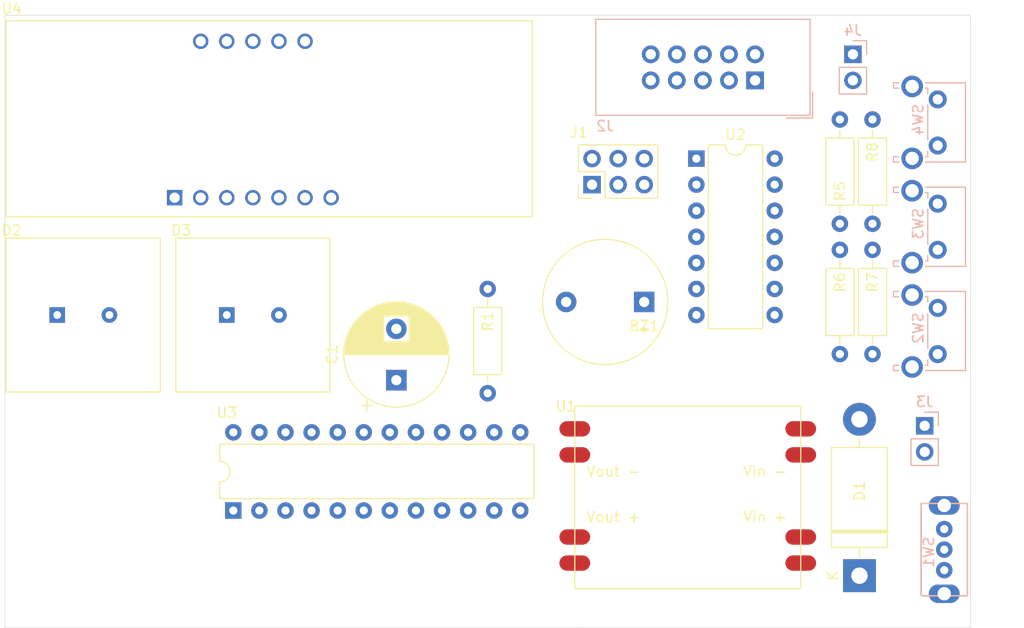
<source format=kicad_pcb>
(kicad_pcb (version 20171130) (host pcbnew 5.1.5-1.fc32)

  (general
    (thickness 1.2)
    (drawings 6)
    (tracks 0)
    (zones 0)
    (modules 22)
    (nets 40)
  )

  (page A4)
  (layers
    (0 F.Cu power)
    (31 B.Cu power)
    (32 B.Adhes user)
    (33 F.Adhes user)
    (34 B.Paste user)
    (35 F.Paste user)
    (36 B.SilkS user)
    (37 F.SilkS user)
    (38 B.Mask user)
    (39 F.Mask user)
    (40 Dwgs.User user)
    (41 Cmts.User user)
    (42 Eco1.User user)
    (43 Eco2.User user)
    (44 Edge.Cuts user)
    (45 Margin user)
    (46 B.CrtYd user)
    (47 F.CrtYd user)
    (48 B.Fab user)
    (49 F.Fab user)
  )

  (setup
    (last_trace_width 0.7874)
    (user_trace_width 0.55)
    (user_trace_width 0.7)
    (user_trace_width 0.7874)
    (trace_clearance 0.2)
    (zone_clearance 0.508)
    (zone_45_only no)
    (trace_min 0.08)
    (via_size 0.8)
    (via_drill 0.4)
    (via_min_size 0.4)
    (via_min_drill 0.3)
    (uvia_size 0.3)
    (uvia_drill 0.1)
    (uvias_allowed no)
    (uvia_min_size 0.2)
    (uvia_min_drill 0.1)
    (edge_width 0.05)
    (segment_width 0.2)
    (pcb_text_width 0.3)
    (pcb_text_size 1.5 1.5)
    (mod_edge_width 0.15)
    (mod_text_size 1 1)
    (mod_text_width 0.15)
    (pad_size 1.524 1.524)
    (pad_drill 0.762)
    (pad_to_mask_clearance 0.051)
    (solder_mask_min_width 0.25)
    (aux_axis_origin 0 0)
    (visible_elements 7FFFFFFF)
    (pcbplotparams
      (layerselection 0x010fc_ffffffff)
      (usegerberextensions false)
      (usegerberattributes false)
      (usegerberadvancedattributes false)
      (creategerberjobfile false)
      (excludeedgelayer true)
      (linewidth 0.100000)
      (plotframeref false)
      (viasonmask false)
      (mode 1)
      (useauxorigin false)
      (hpglpennumber 1)
      (hpglpenspeed 20)
      (hpglpendiameter 15.000000)
      (psnegative false)
      (psa4output false)
      (plotreference true)
      (plotvalue true)
      (plotinvisibletext false)
      (padsonsilk false)
      (subtractmaskfromsilk false)
      (outputformat 1)
      (mirror false)
      (drillshape 1)
      (scaleselection 1)
      (outputdirectory ""))
  )

  (net 0 "")
  (net 1 Earth)
  (net 2 BUZZER)
  (net 3 RESET)
  (net 4 SCK)
  (net 5 MOSI)
  (net 6 MISO)
  (net 7 5v)
  (net 8 LOWPOWER)
  (net 9 VIN)
  (net 10 "Net-(R1-Pad1)")
  (net 11 "Net-(U2-Pad5)")
  (net 12 "Net-(U2-Pad3)")
  (net 13 "Net-(U2-Pad2)")
  (net 14 "Net-(U3-Pad24)")
  (net 15 "Net-(U3-Pad23)")
  (net 16 "Net-(U3-Pad11)")
  (net 17 "Net-(U3-Pad10)")
  (net 18 "Net-(U3-Pad21)")
  (net 19 "Net-(U3-Pad20)")
  (net 20 "Net-(U3-Pad8)")
  (net 21 "Net-(U3-Pad6)")
  (net 22 "Net-(U3-Pad17)")
  (net 23 "Net-(U3-Pad5)")
  (net 24 "Net-(U3-Pad16)")
  (net 25 "Net-(U3-Pad15)")
  (net 26 "Net-(U3-Pad3)")
  (net 27 "Net-(U3-Pad14)")
  (net 28 "Net-(D1-Pad2)")
  (net 29 "Net-(J3-Pad2)")
  (net 30 "Net-(J4-Pad2)")
  (net 31 "Net-(R6-Pad2)")
  (net 32 PLUS)
  (net 33 "Net-(R7-Pad2)")
  (net 34 MINUS)
  (net 35 "Net-(R8-Pad2)")
  (net 36 OK)
  (net 37 "Net-(D2-Pad2)")
  (net 38 "Net-(D2-Pad1)")
  (net 39 "Net-(D3-Pad1)")

  (net_class Default "This is the default net class."
    (clearance 0.2)
    (trace_width 0.25)
    (via_dia 0.8)
    (via_drill 0.4)
    (uvia_dia 0.3)
    (uvia_drill 0.1)
    (add_net 5v)
    (add_net BUZZER)
    (add_net Earth)
    (add_net LOWPOWER)
    (add_net MINUS)
    (add_net MISO)
    (add_net MOSI)
    (add_net "Net-(D1-Pad2)")
    (add_net "Net-(D2-Pad1)")
    (add_net "Net-(D2-Pad2)")
    (add_net "Net-(D3-Pad1)")
    (add_net "Net-(J3-Pad2)")
    (add_net "Net-(J4-Pad2)")
    (add_net "Net-(R1-Pad1)")
    (add_net "Net-(R6-Pad2)")
    (add_net "Net-(R7-Pad2)")
    (add_net "Net-(R8-Pad2)")
    (add_net "Net-(U2-Pad2)")
    (add_net "Net-(U2-Pad3)")
    (add_net "Net-(U2-Pad5)")
    (add_net "Net-(U3-Pad10)")
    (add_net "Net-(U3-Pad11)")
    (add_net "Net-(U3-Pad14)")
    (add_net "Net-(U3-Pad15)")
    (add_net "Net-(U3-Pad16)")
    (add_net "Net-(U3-Pad17)")
    (add_net "Net-(U3-Pad20)")
    (add_net "Net-(U3-Pad21)")
    (add_net "Net-(U3-Pad23)")
    (add_net "Net-(U3-Pad24)")
    (add_net "Net-(U3-Pad3)")
    (add_net "Net-(U3-Pad5)")
    (add_net "Net-(U3-Pad6)")
    (add_net "Net-(U3-Pad8)")
    (add_net OK)
    (add_net PLUS)
    (add_net RESET)
    (add_net SCK)
    (add_net VIN)
  )

  (module Buzzer_Beeper:Buzzer_12x9.5RM7.6 (layer F.Cu) (tedit 5A030281) (tstamp 5DE6C171)
    (at 161.29 54.61 180)
    (descr "Generic Buzzer, D12mm height 9.5mm with RM7.6mm")
    (tags buzzer)
    (path /5D77FD04)
    (fp_text reference BZ1 (at 0 -2.33 180) (layer F.SilkS)
      (effects (font (size 1 1) (thickness 0.15)))
    )
    (fp_text value Buzzer (at 0 4.87 180) (layer F.Fab)
      (effects (font (size 1 1) (thickness 0.15)))
    )
    (fp_circle (center 3.8 0) (end 9.9 0) (layer F.SilkS) (width 0.12))
    (fp_circle (center 3.8 0) (end 4.8 0) (layer F.Fab) (width 0.1))
    (fp_circle (center 3.8 0) (end 9.8 0) (layer F.Fab) (width 0.1))
    (fp_circle (center 3.8 0) (end 10.05 0) (layer F.CrtYd) (width 0.05))
    (fp_text user %R (at 0 1.27 270) (layer F.Fab)
      (effects (font (size 1 1) (thickness 0.15)))
    )
    (fp_text user + (at -0.01 -2.54 180) (layer F.SilkS)
      (effects (font (size 1 1) (thickness 0.15)))
    )
    (fp_text user + (at -0.01 -2.54 180) (layer F.Fab)
      (effects (font (size 1 1) (thickness 0.15)))
    )
    (pad 2 thru_hole circle (at 7.6 0 180) (size 2 2) (drill 1) (layers *.Cu *.Mask)
      (net 1 Earth))
    (pad 1 thru_hole rect (at 0 0 180) (size 2 2) (drill 1) (layers *.Cu *.Mask)
      (net 2 BUZZER))
    (model ${KISYS3DMOD}/Buzzer_Beeper.3dshapes/Buzzer_12x9.5RM7.6.wrl
      (at (xyz 0 0 0))
      (scale (xyz 1 1 1))
      (rotate (xyz 0 0 0))
    )
  )

  (module "The Gelsoft Bomb Project:LED_Square_15x15mm" (layer F.Cu) (tedit 5DE63ED2) (tstamp 5DE6C26A)
    (at 104.14 55.88)
    (descr https://www.seeedstudio.com/15-15mm-LED-Square-Blue-p-2001.html)
    (path /5DECC0F8)
    (fp_text reference D2 (at -4.445 -8.255) (layer F.SilkS)
      (effects (font (size 1 1) (thickness 0.15)))
    )
    (fp_text value "STRIKE 1" (at 2.54 2.54) (layer F.Fab)
      (effects (font (size 1 1) (thickness 0.15)))
    )
    (fp_line (start -4.86 7.4) (end -4.86 -7.4) (layer F.Fab) (width 0.12))
    (fp_line (start 9.94 7.4) (end -4.86 7.4) (layer F.Fab) (width 0.12))
    (fp_line (start 9.94 -7.4) (end 9.94 7.4) (layer F.Fab) (width 0.12))
    (fp_line (start -4.86 -7.4) (end 9.94 -7.4) (layer F.Fab) (width 0.12))
    (fp_line (start -4.96 7.5) (end -4.96 -7.5) (layer F.SilkS) (width 0.12))
    (fp_line (start 10.04 7.5) (end -4.96 7.5) (layer F.SilkS) (width 0.12))
    (fp_line (start 10.04 -7.5) (end 10.04 7.5) (layer F.SilkS) (width 0.12))
    (fp_line (start -4.96 -7.5) (end 10.04 -7.5) (layer F.SilkS) (width 0.12))
    (pad 2 thru_hole circle (at 5.08 0) (size 1.524 1.524) (drill 0.762) (layers *.Cu *.Mask)
      (net 37 "Net-(D2-Pad2)"))
    (pad 1 thru_hole rect (at 0 0) (size 1.524 1.524) (drill 0.762) (layers *.Cu *.Mask)
      (net 38 "Net-(D2-Pad1)"))
  )

  (module "The Gelsoft Bomb Project:LED_Square_15x15mm" (layer F.Cu) (tedit 5DE63ED2) (tstamp 5DE6C278)
    (at 120.65 55.88)
    (descr https://www.seeedstudio.com/15-15mm-LED-Square-Blue-p-2001.html)
    (path /5DECBD1F)
    (fp_text reference D3 (at -4.445 -8.255) (layer F.SilkS)
      (effects (font (size 1 1) (thickness 0.15)))
    )
    (fp_text value "STRIKE 2" (at 2.54 2.54) (layer F.Fab)
      (effects (font (size 1 1) (thickness 0.15)))
    )
    (fp_line (start -4.86 7.4) (end -4.86 -7.4) (layer F.Fab) (width 0.12))
    (fp_line (start 9.94 7.4) (end -4.86 7.4) (layer F.Fab) (width 0.12))
    (fp_line (start 9.94 -7.4) (end 9.94 7.4) (layer F.Fab) (width 0.12))
    (fp_line (start -4.86 -7.4) (end 9.94 -7.4) (layer F.Fab) (width 0.12))
    (fp_line (start -4.96 7.5) (end -4.96 -7.5) (layer F.SilkS) (width 0.12))
    (fp_line (start 10.04 7.5) (end -4.96 7.5) (layer F.SilkS) (width 0.12))
    (fp_line (start 10.04 -7.5) (end 10.04 7.5) (layer F.SilkS) (width 0.12))
    (fp_line (start -4.96 -7.5) (end 10.04 -7.5) (layer F.SilkS) (width 0.12))
    (pad 2 thru_hole circle (at 5.08 0) (size 1.524 1.524) (drill 0.762) (layers *.Cu *.Mask)
      (net 37 "Net-(D2-Pad2)"))
    (pad 1 thru_hole rect (at 0 0) (size 1.524 1.524) (drill 0.762) (layers *.Cu *.Mask)
      (net 39 "Net-(D3-Pad1)"))
  )

  (module Button_Switch_THT:SW_Tactile_SPST_Angled_PTS645Vx83-2LFS (layer B.Cu) (tedit 5A02FE31) (tstamp 5DE6C3D6)
    (at 189.865 39.37 90)
    (descr "tactile switch SPST right angle, PTS645VL83-2 LFS")
    (tags "tactile switch SPST angled PTS645VL83-2 LFS C&K Button")
    (path /5DE52D8A)
    (fp_text reference SW4 (at 2.54 -1.905 -90) (layer B.SilkS)
      (effects (font (size 1 1) (thickness 0.15)) (justify mirror))
    )
    (fp_text value OK (at 2.54 -3.81 -90) (layer B.Fab)
      (effects (font (size 1 1) (thickness 0.15)) (justify mirror))
    )
    (fp_line (start 0.55 -0.97) (end 3.95 -0.97) (layer B.SilkS) (width 0.12))
    (fp_line (start -1.09 -0.97) (end -0.55 -0.97) (layer B.SilkS) (width 0.12))
    (fp_line (start 6.11 -3.8) (end 6.11 -4.31) (layer B.SilkS) (width 0.12))
    (fp_line (start 5.59 -4.31) (end 6.11 -4.31) (layer B.SilkS) (width 0.12))
    (fp_line (start 5.59 -3.8) (end 5.59 -4.31) (layer B.SilkS) (width 0.12))
    (fp_line (start 5.05 -0.97) (end 5.59 -0.97) (layer B.SilkS) (width 0.12))
    (fp_line (start -1.61 -3.8) (end -1.61 -4.31) (layer B.SilkS) (width 0.12))
    (fp_line (start -1.09 -3.8) (end -1.09 -4.31) (layer B.SilkS) (width 0.12))
    (fp_line (start 5.59 -0.97) (end 5.59 -1.2) (layer B.SilkS) (width 0.12))
    (fp_line (start -1.2 -4.2) (end -1.2 -0.86) (layer B.Fab) (width 0.1))
    (fp_line (start 5.7 -4.2) (end 6 -4.2) (layer B.Fab) (width 0.1))
    (fp_line (start -1.5 -4.2) (end -1.5 2.59) (layer B.Fab) (width 0.1))
    (fp_line (start -1.5 2.59) (end 6 2.59) (layer B.Fab) (width 0.1))
    (fp_line (start -1.61 2.7) (end -1.61 -1.2) (layer B.SilkS) (width 0.12))
    (fp_line (start -1.61 -4.31) (end -1.09 -4.31) (layer B.SilkS) (width 0.12))
    (fp_line (start 6.11 2.7) (end 6.11 -1.2) (layer B.SilkS) (width 0.12))
    (fp_line (start -1.61 2.7) (end 6.11 2.7) (layer B.SilkS) (width 0.12))
    (fp_line (start -2.5 -4.45) (end -2.5 2.8) (layer B.CrtYd) (width 0.05))
    (fp_line (start 7.05 -4.45) (end -2.5 -4.45) (layer B.CrtYd) (width 0.05))
    (fp_line (start 7.05 2.8) (end 7.05 -4.45) (layer B.CrtYd) (width 0.05))
    (fp_line (start -2.5 2.8) (end 7.05 2.8) (layer B.CrtYd) (width 0.05))
    (fp_line (start 6 -4.2) (end 6 2.59) (layer B.Fab) (width 0.1))
    (fp_line (start -1.2 -0.86) (end 5.7 -0.86) (layer B.Fab) (width 0.1))
    (fp_line (start -1.5 -4.2) (end -1.2 -4.2) (layer B.Fab) (width 0.1))
    (fp_line (start 5.7 -4.2) (end 5.7 -0.86) (layer B.Fab) (width 0.1))
    (fp_line (start -1.09 -0.97) (end -1.09 -1.2) (layer B.SilkS) (width 0.12))
    (fp_text user %R (at 2.54 -1.905 -90) (layer B.Fab)
      (effects (font (size 1 1) (thickness 0.15)) (justify mirror))
    )
    (fp_line (start 0.5 8.35) (end 4 8.35) (layer B.Fab) (width 0.1))
    (fp_line (start 4 8.35) (end 4 2.59) (layer B.Fab) (width 0.1))
    (fp_line (start 0.5 8.35) (end 0.5 2.59) (layer B.Fab) (width 0.1))
    (pad "" thru_hole circle (at -1.25 -2.49 90) (size 2.1 2.1) (drill 1.3) (layers *.Cu *.Mask))
    (pad 1 thru_hole circle (at 0 0 90) (size 1.75 1.75) (drill 0.99) (layers *.Cu *.Mask)
      (net 7 5v))
    (pad 2 thru_hole circle (at 4.5 0 90) (size 1.75 1.75) (drill 0.99) (layers *.Cu *.Mask)
      (net 35 "Net-(R8-Pad2)"))
    (pad "" thru_hole circle (at 5.76 -2.49 90) (size 2.1 2.1) (drill 1.3) (layers *.Cu *.Mask))
    (model ${KISYS3DMOD}/Button_Switch_THT.3dshapes/SW_Tactile_SPST_Angled_PTS645Vx83-2LFS.wrl
      (at (xyz 0 0 0))
      (scale (xyz 1 1 1))
      (rotate (xyz 0 0 0))
    )
  )

  (module Button_Switch_THT:SW_Tactile_SPST_Angled_PTS645Vx83-2LFS (layer B.Cu) (tedit 5A02FE31) (tstamp 5DE6C3B7)
    (at 189.865 49.53 90)
    (descr "tactile switch SPST right angle, PTS645VL83-2 LFS")
    (tags "tactile switch SPST angled PTS645VL83-2 LFS C&K Button")
    (path /5DE527E5)
    (fp_text reference SW3 (at 2.54 -1.905 -90) (layer B.SilkS)
      (effects (font (size 1 1) (thickness 0.15)) (justify mirror))
    )
    (fp_text value MINUS (at 2.54 -3.81 -90) (layer B.Fab)
      (effects (font (size 1 1) (thickness 0.15)) (justify mirror))
    )
    (fp_line (start 0.55 -0.97) (end 3.95 -0.97) (layer B.SilkS) (width 0.12))
    (fp_line (start -1.09 -0.97) (end -0.55 -0.97) (layer B.SilkS) (width 0.12))
    (fp_line (start 6.11 -3.8) (end 6.11 -4.31) (layer B.SilkS) (width 0.12))
    (fp_line (start 5.59 -4.31) (end 6.11 -4.31) (layer B.SilkS) (width 0.12))
    (fp_line (start 5.59 -3.8) (end 5.59 -4.31) (layer B.SilkS) (width 0.12))
    (fp_line (start 5.05 -0.97) (end 5.59 -0.97) (layer B.SilkS) (width 0.12))
    (fp_line (start -1.61 -3.8) (end -1.61 -4.31) (layer B.SilkS) (width 0.12))
    (fp_line (start -1.09 -3.8) (end -1.09 -4.31) (layer B.SilkS) (width 0.12))
    (fp_line (start 5.59 -0.97) (end 5.59 -1.2) (layer B.SilkS) (width 0.12))
    (fp_line (start -1.2 -4.2) (end -1.2 -0.86) (layer B.Fab) (width 0.1))
    (fp_line (start 5.7 -4.2) (end 6 -4.2) (layer B.Fab) (width 0.1))
    (fp_line (start -1.5 -4.2) (end -1.5 2.59) (layer B.Fab) (width 0.1))
    (fp_line (start -1.5 2.59) (end 6 2.59) (layer B.Fab) (width 0.1))
    (fp_line (start -1.61 2.7) (end -1.61 -1.2) (layer B.SilkS) (width 0.12))
    (fp_line (start -1.61 -4.31) (end -1.09 -4.31) (layer B.SilkS) (width 0.12))
    (fp_line (start 6.11 2.7) (end 6.11 -1.2) (layer B.SilkS) (width 0.12))
    (fp_line (start -1.61 2.7) (end 6.11 2.7) (layer B.SilkS) (width 0.12))
    (fp_line (start -2.5 -4.45) (end -2.5 2.8) (layer B.CrtYd) (width 0.05))
    (fp_line (start 7.05 -4.45) (end -2.5 -4.45) (layer B.CrtYd) (width 0.05))
    (fp_line (start 7.05 2.8) (end 7.05 -4.45) (layer B.CrtYd) (width 0.05))
    (fp_line (start -2.5 2.8) (end 7.05 2.8) (layer B.CrtYd) (width 0.05))
    (fp_line (start 6 -4.2) (end 6 2.59) (layer B.Fab) (width 0.1))
    (fp_line (start -1.2 -0.86) (end 5.7 -0.86) (layer B.Fab) (width 0.1))
    (fp_line (start -1.5 -4.2) (end -1.2 -4.2) (layer B.Fab) (width 0.1))
    (fp_line (start 5.7 -4.2) (end 5.7 -0.86) (layer B.Fab) (width 0.1))
    (fp_line (start -1.09 -0.97) (end -1.09 -1.2) (layer B.SilkS) (width 0.12))
    (fp_text user %R (at 2.54 -1.905 -90) (layer B.Fab)
      (effects (font (size 1 1) (thickness 0.15)) (justify mirror))
    )
    (fp_line (start 0.5 8.35) (end 4 8.35) (layer B.Fab) (width 0.1))
    (fp_line (start 4 8.35) (end 4 2.59) (layer B.Fab) (width 0.1))
    (fp_line (start 0.5 8.35) (end 0.5 2.59) (layer B.Fab) (width 0.1))
    (pad "" thru_hole circle (at -1.25 -2.49 90) (size 2.1 2.1) (drill 1.3) (layers *.Cu *.Mask))
    (pad 1 thru_hole circle (at 0 0 90) (size 1.75 1.75) (drill 0.99) (layers *.Cu *.Mask)
      (net 7 5v))
    (pad 2 thru_hole circle (at 4.5 0 90) (size 1.75 1.75) (drill 0.99) (layers *.Cu *.Mask)
      (net 33 "Net-(R7-Pad2)"))
    (pad "" thru_hole circle (at 5.76 -2.49 90) (size 2.1 2.1) (drill 1.3) (layers *.Cu *.Mask))
    (model ${KISYS3DMOD}/Button_Switch_THT.3dshapes/SW_Tactile_SPST_Angled_PTS645Vx83-2LFS.wrl
      (at (xyz 0 0 0))
      (scale (xyz 1 1 1))
      (rotate (xyz 0 0 0))
    )
  )

  (module Button_Switch_THT:SW_Tactile_SPST_Angled_PTS645Vx83-2LFS (layer B.Cu) (tedit 5A02FE31) (tstamp 5DE6C398)
    (at 189.865 59.69 90)
    (descr "tactile switch SPST right angle, PTS645VL83-2 LFS")
    (tags "tactile switch SPST angled PTS645VL83-2 LFS C&K Button")
    (path /5DE51DB0)
    (fp_text reference SW2 (at 2.54 -1.905 -90) (layer B.SilkS)
      (effects (font (size 1 1) (thickness 0.15)) (justify mirror))
    )
    (fp_text value PLUS (at 2.54 -3.81 -90) (layer B.Fab)
      (effects (font (size 1 1) (thickness 0.15)) (justify mirror))
    )
    (fp_line (start 0.55 -0.97) (end 3.95 -0.97) (layer B.SilkS) (width 0.12))
    (fp_line (start -1.09 -0.97) (end -0.55 -0.97) (layer B.SilkS) (width 0.12))
    (fp_line (start 6.11 -3.8) (end 6.11 -4.31) (layer B.SilkS) (width 0.12))
    (fp_line (start 5.59 -4.31) (end 6.11 -4.31) (layer B.SilkS) (width 0.12))
    (fp_line (start 5.59 -3.8) (end 5.59 -4.31) (layer B.SilkS) (width 0.12))
    (fp_line (start 5.05 -0.97) (end 5.59 -0.97) (layer B.SilkS) (width 0.12))
    (fp_line (start -1.61 -3.8) (end -1.61 -4.31) (layer B.SilkS) (width 0.12))
    (fp_line (start -1.09 -3.8) (end -1.09 -4.31) (layer B.SilkS) (width 0.12))
    (fp_line (start 5.59 -0.97) (end 5.59 -1.2) (layer B.SilkS) (width 0.12))
    (fp_line (start -1.2 -4.2) (end -1.2 -0.86) (layer B.Fab) (width 0.1))
    (fp_line (start 5.7 -4.2) (end 6 -4.2) (layer B.Fab) (width 0.1))
    (fp_line (start -1.5 -4.2) (end -1.5 2.59) (layer B.Fab) (width 0.1))
    (fp_line (start -1.5 2.59) (end 6 2.59) (layer B.Fab) (width 0.1))
    (fp_line (start -1.61 2.7) (end -1.61 -1.2) (layer B.SilkS) (width 0.12))
    (fp_line (start -1.61 -4.31) (end -1.09 -4.31) (layer B.SilkS) (width 0.12))
    (fp_line (start 6.11 2.7) (end 6.11 -1.2) (layer B.SilkS) (width 0.12))
    (fp_line (start -1.61 2.7) (end 6.11 2.7) (layer B.SilkS) (width 0.12))
    (fp_line (start -2.5 -4.45) (end -2.5 2.8) (layer B.CrtYd) (width 0.05))
    (fp_line (start 7.05 -4.45) (end -2.5 -4.45) (layer B.CrtYd) (width 0.05))
    (fp_line (start 7.05 2.8) (end 7.05 -4.45) (layer B.CrtYd) (width 0.05))
    (fp_line (start -2.5 2.8) (end 7.05 2.8) (layer B.CrtYd) (width 0.05))
    (fp_line (start 6 -4.2) (end 6 2.59) (layer B.Fab) (width 0.1))
    (fp_line (start -1.2 -0.86) (end 5.7 -0.86) (layer B.Fab) (width 0.1))
    (fp_line (start -1.5 -4.2) (end -1.2 -4.2) (layer B.Fab) (width 0.1))
    (fp_line (start 5.7 -4.2) (end 5.7 -0.86) (layer B.Fab) (width 0.1))
    (fp_line (start -1.09 -0.97) (end -1.09 -1.2) (layer B.SilkS) (width 0.12))
    (fp_text user %R (at 2.54 -1.905 -90) (layer B.Fab)
      (effects (font (size 1 1) (thickness 0.15)) (justify mirror))
    )
    (fp_line (start 0.5 8.35) (end 4 8.35) (layer B.Fab) (width 0.1))
    (fp_line (start 4 8.35) (end 4 2.59) (layer B.Fab) (width 0.1))
    (fp_line (start 0.5 8.35) (end 0.5 2.59) (layer B.Fab) (width 0.1))
    (pad "" thru_hole circle (at -1.25 -2.49 90) (size 2.1 2.1) (drill 1.3) (layers *.Cu *.Mask))
    (pad 1 thru_hole circle (at 0 0 90) (size 1.75 1.75) (drill 0.99) (layers *.Cu *.Mask)
      (net 7 5v))
    (pad 2 thru_hole circle (at 4.5 0 90) (size 1.75 1.75) (drill 0.99) (layers *.Cu *.Mask)
      (net 31 "Net-(R6-Pad2)"))
    (pad "" thru_hole circle (at 5.76 -2.49 90) (size 2.1 2.1) (drill 1.3) (layers *.Cu *.Mask))
    (model ${KISYS3DMOD}/Button_Switch_THT.3dshapes/SW_Tactile_SPST_Angled_PTS645Vx83-2LFS.wrl
      (at (xyz 0 0 0))
      (scale (xyz 1 1 1))
      (rotate (xyz 0 0 0))
    )
  )

  (module Connector_IDC:IDC-Header_2x05_P2.54mm_Vertical (layer B.Cu) (tedit 59DE0611) (tstamp 5DE6C2C8)
    (at 172.085 33.02 90)
    (descr "Through hole straight IDC box header, 2x05, 2.54mm pitch, double rows")
    (tags "Through hole IDC box header THT 2x05 2.54mm double row")
    (path /5D86BF6C)
    (fp_text reference J2 (at -4.445 -14.605 -180) (layer B.SilkS)
      (effects (font (size 1 1) (thickness 0.15)) (justify mirror))
    )
    (fp_text value "Module Connector" (at 6.985 -5.08 -180) (layer B.Fab)
      (effects (font (size 1 1) (thickness 0.15)) (justify mirror))
    )
    (fp_line (start -3.655 5.6) (end -1.115 5.6) (layer B.SilkS) (width 0.12))
    (fp_line (start -3.655 5.6) (end -3.655 3.06) (layer B.SilkS) (width 0.12))
    (fp_line (start -3.405 5.35) (end 5.945 5.35) (layer B.SilkS) (width 0.12))
    (fp_line (start -3.405 -15.51) (end -3.405 5.35) (layer B.SilkS) (width 0.12))
    (fp_line (start 5.945 -15.51) (end -3.405 -15.51) (layer B.SilkS) (width 0.12))
    (fp_line (start 5.945 5.35) (end 5.945 -15.51) (layer B.SilkS) (width 0.12))
    (fp_line (start -3.41 5.35) (end 5.95 5.35) (layer B.CrtYd) (width 0.05))
    (fp_line (start -3.41 -15.51) (end -3.41 5.35) (layer B.CrtYd) (width 0.05))
    (fp_line (start 5.95 -15.51) (end -3.41 -15.51) (layer B.CrtYd) (width 0.05))
    (fp_line (start 5.95 5.35) (end 5.95 -15.51) (layer B.CrtYd) (width 0.05))
    (fp_line (start -3.155 -15.26) (end -2.605 -14.7) (layer B.Fab) (width 0.1))
    (fp_line (start -3.155 5.1) (end -2.605 4.56) (layer B.Fab) (width 0.1))
    (fp_line (start 5.695 -15.26) (end 5.145 -14.7) (layer B.Fab) (width 0.1))
    (fp_line (start 5.695 5.1) (end 5.145 4.56) (layer B.Fab) (width 0.1))
    (fp_line (start 5.145 -14.7) (end -2.605 -14.7) (layer B.Fab) (width 0.1))
    (fp_line (start 5.695 -15.26) (end -3.155 -15.26) (layer B.Fab) (width 0.1))
    (fp_line (start 5.145 4.56) (end -2.605 4.56) (layer B.Fab) (width 0.1))
    (fp_line (start 5.695 5.1) (end -3.155 5.1) (layer B.Fab) (width 0.1))
    (fp_line (start -2.605 -7.33) (end -3.155 -7.33) (layer B.Fab) (width 0.1))
    (fp_line (start -2.605 -2.83) (end -3.155 -2.83) (layer B.Fab) (width 0.1))
    (fp_line (start -2.605 -7.33) (end -2.605 -14.7) (layer B.Fab) (width 0.1))
    (fp_line (start -2.605 4.56) (end -2.605 -2.83) (layer B.Fab) (width 0.1))
    (fp_line (start -3.155 5.1) (end -3.155 -15.26) (layer B.Fab) (width 0.1))
    (fp_line (start 5.145 4.56) (end 5.145 -14.7) (layer B.Fab) (width 0.1))
    (fp_line (start 5.695 5.1) (end 5.695 -15.26) (layer B.Fab) (width 0.1))
    (fp_text user %R (at -4.445 -14.605 -180) (layer B.Fab)
      (effects (font (size 1 1) (thickness 0.15)) (justify mirror))
    )
    (pad 10 thru_hole oval (at 2.54 -10.16 90) (size 1.7272 1.7272) (drill 1.016) (layers *.Cu *.Mask))
    (pad 9 thru_hole oval (at 0 -10.16 90) (size 1.7272 1.7272) (drill 1.016) (layers *.Cu *.Mask)
      (net 7 5v))
    (pad 8 thru_hole oval (at 2.54 -7.62 90) (size 1.7272 1.7272) (drill 1.016) (layers *.Cu *.Mask)
      (net 9 VIN))
    (pad 7 thru_hole oval (at 0 -7.62 90) (size 1.7272 1.7272) (drill 1.016) (layers *.Cu *.Mask)
      (net 1 Earth))
    (pad 6 thru_hole oval (at 2.54 -5.08 90) (size 1.7272 1.7272) (drill 1.016) (layers *.Cu *.Mask)
      (net 1 Earth))
    (pad 5 thru_hole oval (at 0 -5.08 90) (size 1.7272 1.7272) (drill 1.016) (layers *.Cu *.Mask)
      (net 4 SCK))
    (pad 4 thru_hole oval (at 2.54 -2.54 90) (size 1.7272 1.7272) (drill 1.016) (layers *.Cu *.Mask)
      (net 6 MISO))
    (pad 3 thru_hole oval (at 0 -2.54 90) (size 1.7272 1.7272) (drill 1.016) (layers *.Cu *.Mask)
      (net 5 MOSI))
    (pad 2 thru_hole oval (at 2.54 0 90) (size 1.7272 1.7272) (drill 1.016) (layers *.Cu *.Mask)
      (net 1 Earth))
    (pad 1 thru_hole rect (at 0 0 90) (size 1.7272 1.7272) (drill 1.016) (layers *.Cu *.Mask)
      (net 1 Earth))
    (model ${KISYS3DMOD}/Connector_IDC.3dshapes/IDC-Header_2x05_P2.54mm_Vertical.wrl
      (at (xyz 0 0 0))
      (scale (xyz 1 1 1))
      (rotate (xyz 0 0 0))
    )
  )

  (module "The Gelsoft Bomb Project:HDSP-B08G" (layer F.Cu) (tedit 5D733DB4) (tstamp 5DE6C459)
    (at 118.11 44.45 90)
    (descr "4 digit 7 segment green LED, http://www.kingbright.com/attachments/file/psearch/000/00/00/CA56-12CGKWA(Ver.9A).pdf")
    (tags "4 digit 7 segment green LED")
    (path /5D82E498)
    (fp_text reference U4 (at 18.415 -18.415 180) (layer F.SilkS)
      (effects (font (size 1 1) (thickness 0.15)))
    )
    (fp_text value HDSP-B09G (at 7.62 5.715 180) (layer F.Fab)
      (effects (font (size 1 1) (thickness 0.15)))
    )
    (fp_line (start -1.86 -18.92) (end 17.24 -18.92) (layer F.SilkS) (width 0.12))
    (fp_line (start -1.86 -18.92) (end -1.86 32.28) (layer F.SilkS) (width 0.12))
    (fp_line (start -1.86 32.28) (end 17.24 32.28) (layer F.SilkS) (width 0.12))
    (fp_line (start 17.24 -18.92) (end 17.24 32.28) (layer F.SilkS) (width 0.12))
    (fp_text user %R (at 18.415 -18.415 180) (layer F.Fab)
      (effects (font (size 1 1) (thickness 0.15)))
    )
    (fp_line (start -1.7272 32.1564) (end 17.12 32.1564) (layer F.Fab) (width 0.1))
    (fp_line (start 17.12 -18.8) (end 17.12 32.1564) (layer F.Fab) (width 0.1))
    (fp_line (start -1.7272 -18.796) (end 17.12 -18.8) (layer F.Fab) (width 0.1))
    (fp_line (start -2.13 32.5628) (end -2.13 -19.05) (layer F.CrtYd) (width 0.05))
    (fp_line (start 17.3736 32.5628) (end -2.13 32.5628) (layer F.CrtYd) (width 0.05))
    (fp_line (start 17.37 -19.05) (end 17.3736 32.5628) (layer F.CrtYd) (width 0.05))
    (fp_line (start -2.13 -19.05) (end 17.37 -19.05) (layer F.CrtYd) (width 0.05))
    (fp_line (start -1.7272 32.1564) (end -1.7272 -18.796) (layer F.Fab) (width 0.1))
    (pad 12 thru_hole circle (at 15.24 0 90) (size 1.5 1.5) (drill 1) (layers *.Cu *.Mask)
      (net 38 "Net-(D2-Pad1)"))
    (pad 11 thru_hole circle (at 15.24 2.54 90) (size 1.5 1.5) (drill 1) (layers *.Cu *.Mask)
      (net 27 "Net-(U3-Pad14)"))
    (pad 10 thru_hole circle (at 15.24 5.08 90) (size 1.5 1.5) (drill 1) (layers *.Cu *.Mask)
      (net 25 "Net-(U3-Pad15)"))
    (pad 9 thru_hole circle (at 15.24 7.62 90) (size 1.5 1.5) (drill 1) (layers *.Cu *.Mask)
      (net 16 "Net-(U3-Pad11)"))
    (pad 8 thru_hole circle (at 15.24 10.16 90) (size 1.5 1.5) (drill 1) (layers *.Cu *.Mask)
      (net 21 "Net-(U3-Pad6)"))
    (pad 7 thru_hole circle (at 0 12.7 90) (size 1.5 1.5) (drill 1) (layers *.Cu *.Mask)
      (net 24 "Net-(U3-Pad16)"))
    (pad 6 thru_hole circle (at 0 10.16 90) (size 1.5 1.5) (drill 1) (layers *.Cu *.Mask)
      (net 39 "Net-(D3-Pad1)"))
    (pad 5 thru_hole circle (at 0 7.62 90) (size 1.5 1.5) (drill 1) (layers *.Cu *.Mask)
      (net 22 "Net-(U3-Pad17)"))
    (pad 4 thru_hole circle (at 0 5.08 90) (size 1.5 1.5) (drill 1) (layers *.Cu *.Mask)
      (net 19 "Net-(U3-Pad20)"))
    (pad 3 thru_hole circle (at 0 2.54 90) (size 1.5 1.5) (drill 1) (layers *.Cu *.Mask)
      (net 37 "Net-(D2-Pad2)"))
    (pad 2 thru_hole circle (at 0 0 90) (size 1.5 1.5) (drill 1) (layers *.Cu *.Mask)
      (net 15 "Net-(U3-Pad23)"))
    (pad 1 thru_hole rect (at 0 -2.54 90) (size 1.5 1.5) (drill 1) (layers *.Cu *.Mask)
      (net 18 "Net-(U3-Pad21)"))
    (model ${KISYS3DMOD}/Display_7Segment.3dshapes/CA56-12CGKWA.wrl
      (at (xyz 0 0 0))
      (scale (xyz 1 1 1))
      (rotate (xyz 0 0 0))
    )
  )

  (module Package_DIP:DIP-24_W7.62mm (layer F.Cu) (tedit 5A02E8C5) (tstamp 5DE6C43C)
    (at 121.285 74.93 90)
    (descr "24-lead though-hole mounted DIP package, row spacing 7.62 mm (300 mils)")
    (tags "THT DIP DIL PDIP 2.54mm 7.62mm 300mil")
    (path /5D751E05)
    (fp_text reference U3 (at 9.525 -0.635 180) (layer F.SilkS)
      (effects (font (size 1 1) (thickness 0.15)))
    )
    (fp_text value MAX7219 (at 3.81 13.97 180) (layer F.Fab)
      (effects (font (size 1 1) (thickness 0.15)))
    )
    (fp_text user %R (at 9.525 -0.635 180) (layer F.Fab)
      (effects (font (size 1 1) (thickness 0.15)))
    )
    (fp_line (start 8.7 -1.55) (end -1.1 -1.55) (layer F.CrtYd) (width 0.05))
    (fp_line (start 8.7 29.5) (end 8.7 -1.55) (layer F.CrtYd) (width 0.05))
    (fp_line (start -1.1 29.5) (end 8.7 29.5) (layer F.CrtYd) (width 0.05))
    (fp_line (start -1.1 -1.55) (end -1.1 29.5) (layer F.CrtYd) (width 0.05))
    (fp_line (start 6.46 -1.33) (end 4.81 -1.33) (layer F.SilkS) (width 0.12))
    (fp_line (start 6.46 29.27) (end 6.46 -1.33) (layer F.SilkS) (width 0.12))
    (fp_line (start 1.16 29.27) (end 6.46 29.27) (layer F.SilkS) (width 0.12))
    (fp_line (start 1.16 -1.33) (end 1.16 29.27) (layer F.SilkS) (width 0.12))
    (fp_line (start 2.81 -1.33) (end 1.16 -1.33) (layer F.SilkS) (width 0.12))
    (fp_line (start 0.635 -0.27) (end 1.635 -1.27) (layer F.Fab) (width 0.1))
    (fp_line (start 0.635 29.21) (end 0.635 -0.27) (layer F.Fab) (width 0.1))
    (fp_line (start 6.985 29.21) (end 0.635 29.21) (layer F.Fab) (width 0.1))
    (fp_line (start 6.985 -1.27) (end 6.985 29.21) (layer F.Fab) (width 0.1))
    (fp_line (start 1.635 -1.27) (end 6.985 -1.27) (layer F.Fab) (width 0.1))
    (fp_arc (start 3.81 -1.33) (end 2.81 -1.33) (angle -180) (layer F.SilkS) (width 0.12))
    (pad 24 thru_hole oval (at 7.62 0 90) (size 1.6 1.6) (drill 0.8) (layers *.Cu *.Mask)
      (net 14 "Net-(U3-Pad24)"))
    (pad 12 thru_hole oval (at 0 27.94 90) (size 1.6 1.6) (drill 0.8) (layers *.Cu *.Mask)
      (net 11 "Net-(U2-Pad5)"))
    (pad 23 thru_hole oval (at 7.62 2.54 90) (size 1.6 1.6) (drill 0.8) (layers *.Cu *.Mask)
      (net 15 "Net-(U3-Pad23)"))
    (pad 11 thru_hole oval (at 0 25.4 90) (size 1.6 1.6) (drill 0.8) (layers *.Cu *.Mask)
      (net 16 "Net-(U3-Pad11)"))
    (pad 22 thru_hole oval (at 7.62 5.08 90) (size 1.6 1.6) (drill 0.8) (layers *.Cu *.Mask)
      (net 37 "Net-(D2-Pad2)"))
    (pad 10 thru_hole oval (at 0 22.86 90) (size 1.6 1.6) (drill 0.8) (layers *.Cu *.Mask)
      (net 17 "Net-(U3-Pad10)"))
    (pad 21 thru_hole oval (at 7.62 7.62 90) (size 1.6 1.6) (drill 0.8) (layers *.Cu *.Mask)
      (net 18 "Net-(U3-Pad21)"))
    (pad 9 thru_hole oval (at 0 20.32 90) (size 1.6 1.6) (drill 0.8) (layers *.Cu *.Mask)
      (net 1 Earth))
    (pad 20 thru_hole oval (at 7.62 10.16 90) (size 1.6 1.6) (drill 0.8) (layers *.Cu *.Mask)
      (net 19 "Net-(U3-Pad20)"))
    (pad 8 thru_hole oval (at 0 17.78 90) (size 1.6 1.6) (drill 0.8) (layers *.Cu *.Mask)
      (net 20 "Net-(U3-Pad8)"))
    (pad 19 thru_hole oval (at 7.62 12.7 90) (size 1.6 1.6) (drill 0.8) (layers *.Cu *.Mask)
      (net 7 5v))
    (pad 7 thru_hole oval (at 0 15.24 90) (size 1.6 1.6) (drill 0.8) (layers *.Cu *.Mask)
      (net 39 "Net-(D3-Pad1)"))
    (pad 18 thru_hole oval (at 7.62 15.24 90) (size 1.6 1.6) (drill 0.8) (layers *.Cu *.Mask)
      (net 10 "Net-(R1-Pad1)"))
    (pad 6 thru_hole oval (at 0 12.7 90) (size 1.6 1.6) (drill 0.8) (layers *.Cu *.Mask)
      (net 21 "Net-(U3-Pad6)"))
    (pad 17 thru_hole oval (at 7.62 17.78 90) (size 1.6 1.6) (drill 0.8) (layers *.Cu *.Mask)
      (net 22 "Net-(U3-Pad17)"))
    (pad 5 thru_hole oval (at 0 10.16 90) (size 1.6 1.6) (drill 0.8) (layers *.Cu *.Mask)
      (net 23 "Net-(U3-Pad5)"))
    (pad 16 thru_hole oval (at 7.62 20.32 90) (size 1.6 1.6) (drill 0.8) (layers *.Cu *.Mask)
      (net 24 "Net-(U3-Pad16)"))
    (pad 4 thru_hole oval (at 0 7.62 90) (size 1.6 1.6) (drill 0.8) (layers *.Cu *.Mask)
      (net 1 Earth))
    (pad 15 thru_hole oval (at 7.62 22.86 90) (size 1.6 1.6) (drill 0.8) (layers *.Cu *.Mask)
      (net 25 "Net-(U3-Pad15)"))
    (pad 3 thru_hole oval (at 0 5.08 90) (size 1.6 1.6) (drill 0.8) (layers *.Cu *.Mask)
      (net 26 "Net-(U3-Pad3)"))
    (pad 14 thru_hole oval (at 7.62 25.4 90) (size 1.6 1.6) (drill 0.8) (layers *.Cu *.Mask)
      (net 27 "Net-(U3-Pad14)"))
    (pad 2 thru_hole oval (at 0 2.54 90) (size 1.6 1.6) (drill 0.8) (layers *.Cu *.Mask)
      (net 38 "Net-(D2-Pad1)"))
    (pad 13 thru_hole oval (at 7.62 27.94 90) (size 1.6 1.6) (drill 0.8) (layers *.Cu *.Mask)
      (net 12 "Net-(U2-Pad3)"))
    (pad 1 thru_hole rect (at 0 0 90) (size 1.6 1.6) (drill 0.8) (layers *.Cu *.Mask)
      (net 13 "Net-(U2-Pad2)"))
    (model ${KISYS3DMOD}/Package_DIP.3dshapes/DIP-24_W7.62mm.wrl
      (at (xyz 0 0 0))
      (scale (xyz 1 1 1))
      (rotate (xyz 0 0 0))
    )
  )

  (module Package_DIP:DIP-14_W7.62mm (layer F.Cu) (tedit 5A02E8C5) (tstamp 5DE6C410)
    (at 166.37 40.64)
    (descr "14-lead though-hole mounted DIP package, row spacing 7.62 mm (300 mils)")
    (tags "THT DIP DIL PDIP 2.54mm 7.62mm 300mil")
    (path /5D807087)
    (fp_text reference U2 (at 3.81 -2.33) (layer F.SilkS)
      (effects (font (size 1 1) (thickness 0.15)))
    )
    (fp_text value ATtiny24A-PU (at 3.81 17.57) (layer F.Fab)
      (effects (font (size 1 1) (thickness 0.15)))
    )
    (fp_arc (start 3.81 -1.33) (end 2.81 -1.33) (angle -180) (layer F.SilkS) (width 0.12))
    (fp_line (start 1.635 -1.27) (end 6.985 -1.27) (layer F.Fab) (width 0.1))
    (fp_line (start 6.985 -1.27) (end 6.985 16.51) (layer F.Fab) (width 0.1))
    (fp_line (start 6.985 16.51) (end 0.635 16.51) (layer F.Fab) (width 0.1))
    (fp_line (start 0.635 16.51) (end 0.635 -0.27) (layer F.Fab) (width 0.1))
    (fp_line (start 0.635 -0.27) (end 1.635 -1.27) (layer F.Fab) (width 0.1))
    (fp_line (start 2.81 -1.33) (end 1.16 -1.33) (layer F.SilkS) (width 0.12))
    (fp_line (start 1.16 -1.33) (end 1.16 16.57) (layer F.SilkS) (width 0.12))
    (fp_line (start 1.16 16.57) (end 6.46 16.57) (layer F.SilkS) (width 0.12))
    (fp_line (start 6.46 16.57) (end 6.46 -1.33) (layer F.SilkS) (width 0.12))
    (fp_line (start 6.46 -1.33) (end 4.81 -1.33) (layer F.SilkS) (width 0.12))
    (fp_line (start -1.1 -1.55) (end -1.1 16.8) (layer F.CrtYd) (width 0.05))
    (fp_line (start -1.1 16.8) (end 8.7 16.8) (layer F.CrtYd) (width 0.05))
    (fp_line (start 8.7 16.8) (end 8.7 -1.55) (layer F.CrtYd) (width 0.05))
    (fp_line (start 8.7 -1.55) (end -1.1 -1.55) (layer F.CrtYd) (width 0.05))
    (fp_text user %R (at 3.81 7.62) (layer F.Fab)
      (effects (font (size 1 1) (thickness 0.15)))
    )
    (pad 1 thru_hole rect (at 0 0) (size 1.6 1.6) (drill 0.8) (layers *.Cu *.Mask)
      (net 7 5v))
    (pad 8 thru_hole oval (at 7.62 15.24) (size 1.6 1.6) (drill 0.8) (layers *.Cu *.Mask)
      (net 6 MISO))
    (pad 2 thru_hole oval (at 0 2.54) (size 1.6 1.6) (drill 0.8) (layers *.Cu *.Mask)
      (net 13 "Net-(U2-Pad2)"))
    (pad 9 thru_hole oval (at 7.62 12.7) (size 1.6 1.6) (drill 0.8) (layers *.Cu *.Mask)
      (net 4 SCK))
    (pad 3 thru_hole oval (at 0 5.08) (size 1.6 1.6) (drill 0.8) (layers *.Cu *.Mask)
      (net 12 "Net-(U2-Pad3)"))
    (pad 10 thru_hole oval (at 7.62 10.16) (size 1.6 1.6) (drill 0.8) (layers *.Cu *.Mask)
      (net 36 OK))
    (pad 4 thru_hole oval (at 0 7.62) (size 1.6 1.6) (drill 0.8) (layers *.Cu *.Mask)
      (net 3 RESET))
    (pad 11 thru_hole oval (at 7.62 7.62) (size 1.6 1.6) (drill 0.8) (layers *.Cu *.Mask)
      (net 34 MINUS))
    (pad 5 thru_hole oval (at 0 10.16) (size 1.6 1.6) (drill 0.8) (layers *.Cu *.Mask)
      (net 11 "Net-(U2-Pad5)"))
    (pad 12 thru_hole oval (at 7.62 5.08) (size 1.6 1.6) (drill 0.8) (layers *.Cu *.Mask)
      (net 32 PLUS))
    (pad 6 thru_hole oval (at 0 12.7) (size 1.6 1.6) (drill 0.8) (layers *.Cu *.Mask)
      (net 2 BUZZER))
    (pad 13 thru_hole oval (at 7.62 2.54) (size 1.6 1.6) (drill 0.8) (layers *.Cu *.Mask)
      (net 8 LOWPOWER))
    (pad 7 thru_hole oval (at 0 15.24) (size 1.6 1.6) (drill 0.8) (layers *.Cu *.Mask)
      (net 5 MOSI))
    (pad 14 thru_hole oval (at 7.62 0) (size 1.6 1.6) (drill 0.8) (layers *.Cu *.Mask)
      (net 1 Earth))
    (model ${KISYS3DMOD}/Package_DIP.3dshapes/DIP-14_W7.62mm.wrl
      (at (xyz 0 0 0))
      (scale (xyz 1 1 1))
      (rotate (xyz 0 0 0))
    )
  )

  (module "The Gelsoft Bomb Project:Buck_Converter_Module_7-24v" (layer F.Cu) (tedit 5DE63340) (tstamp 5DE6C3EE)
    (at 176.53 82.55 180)
    (path /5DE401FE)
    (fp_text reference U1 (at 22.86 17.78) (layer F.SilkS)
      (effects (font (size 1 1) (thickness 0.15)))
    )
    (fp_text value Buck_Converter_Module_7-26v (at 11 19) (layer F.Fab)
      (effects (font (size 1 1) (thickness 0.15)))
    )
    (fp_line (start 0 17.78) (end 0 0) (layer F.Fab) (width 0.12))
    (fp_line (start 22.098 17.78) (end 0 17.78) (layer F.Fab) (width 0.12))
    (fp_line (start 22.098 0) (end 22.098 17.78) (layer F.Fab) (width 0.12))
    (fp_line (start 0 0) (end 22.098 0) (layer F.Fab) (width 0.12))
    (fp_text user "Vin -" (at 1.27 11.43) (layer F.SilkS)
      (effects (font (size 1 1) (thickness 0.15)) (justify right))
    )
    (fp_text user "Vin +" (at 1.27 6.985) (layer F.SilkS)
      (effects (font (size 1 1) (thickness 0.15)) (justify right))
    )
    (fp_text user "Vout -" (at 20.955 11.43) (layer F.SilkS)
      (effects (font (size 1 1) (thickness 0.15)) (justify left))
    )
    (fp_text user "Vout +" (at 20.955 6.985) (layer F.SilkS)
      (effects (font (size 1 1) (thickness 0.15)) (justify left))
    )
    (fp_line (start 0 0) (end 0 17.8) (layer F.SilkS) (width 0.12))
    (fp_line (start 22 17.8) (end 22 0) (layer F.SilkS) (width 0.12))
    (fp_line (start 0 17.8) (end 22 17.8) (layer F.SilkS) (width 0.12))
    (fp_line (start 0 0) (end 22 0) (layer F.SilkS) (width 0.12))
    (pad 4 smd custom (at 22 13.04 180) (size 1.5 1.5) (layers F.Cu F.Paste F.Mask)
      (net 1 Earth) (zone_connect 0)
      (options (clearance outline) (anchor circle))
      (primitives
        (gr_poly (pts
           (xy -0.75 -0.75) (xy 0.75 -0.75) (xy 0.75 0.75) (xy -0.75 0.75)) (width 0))
        (gr_circle (center 0.75 0) (end 0.75 0) (width 1.5))
        (gr_circle (center -0.75 0) (end -0.75 0) (width 1.5))
      ))
    (pad 4 smd custom (at 22 15.58 180) (size 1.5 1.5) (layers F.Cu F.Paste F.Mask)
      (net 1 Earth) (zone_connect 0)
      (options (clearance outline) (anchor circle))
      (primitives
        (gr_poly (pts
           (xy -0.75 -0.75) (xy 0.75 -0.75) (xy 0.75 0.75) (xy -0.75 0.75)) (width 0))
        (gr_circle (center 0.75 0) (end 0.75 0) (width 1.5))
        (gr_circle (center -0.75 0) (end -0.75 0) (width 1.5))
      ))
    (pad 3 smd custom (at 22 5.04 180) (size 1.5 1.5) (layers F.Cu F.Paste F.Mask)
      (net 7 5v) (zone_connect 0)
      (options (clearance outline) (anchor circle))
      (primitives
        (gr_poly (pts
           (xy -0.75 -0.75) (xy 0.75 -0.75) (xy 0.75 0.75) (xy -0.75 0.75)) (width 0))
        (gr_circle (center 0.75 0) (end 0.75 0) (width 1.5))
        (gr_circle (center -0.75 0) (end -0.75 0) (width 1.5))
      ))
    (pad 3 smd custom (at 22 2.5 180) (size 1.5 1.5) (layers F.Cu F.Paste F.Mask)
      (net 7 5v) (zone_connect 0)
      (options (clearance outline) (anchor circle))
      (primitives
        (gr_poly (pts
           (xy -0.75 -0.75) (xy 0.75 -0.75) (xy 0.75 0.75) (xy -0.75 0.75)) (width 0))
        (gr_circle (center 0.75 0) (end 0.75 0) (width 1.5))
        (gr_circle (center -0.75 0) (end -0.75 0) (width 1.5))
      ))
    (pad 2 smd custom (at 0 13.04 180) (size 1.5 1.5) (layers F.Cu F.Paste F.Mask)
      (net 1 Earth) (zone_connect 0)
      (options (clearance outline) (anchor circle))
      (primitives
        (gr_poly (pts
           (xy -0.75 -0.75) (xy 0.75 -0.75) (xy 0.75 0.75) (xy -0.75 0.75)) (width 0))
        (gr_circle (center 0.75 0) (end 0.75 0) (width 1.5))
        (gr_circle (center -0.75 0) (end -0.75 0) (width 1.5))
      ))
    (pad 2 smd custom (at 0 15.58 180) (size 1.5 1.5) (layers F.Cu F.Paste F.Mask)
      (net 1 Earth) (zone_connect 0)
      (options (clearance outline) (anchor circle))
      (primitives
        (gr_poly (pts
           (xy -0.75 -0.75) (xy 0.75 -0.75) (xy 0.75 0.75) (xy -0.75 0.75)) (width 0))
        (gr_circle (center 0.75 0) (end 0.75 0) (width 1.5))
        (gr_circle (center -0.75 0) (end -0.75 0) (width 1.5))
      ))
    (pad 1 smd custom (at 0 5.04 180) (size 1.5 1.5) (layers F.Cu F.Paste F.Mask)
      (net 9 VIN) (zone_connect 0)
      (options (clearance outline) (anchor circle))
      (primitives
        (gr_poly (pts
           (xy -0.75 -0.75) (xy 0.75 -0.75) (xy 0.75 0.75) (xy -0.75 0.75)) (width 0))
        (gr_circle (center 0.75 0) (end 0.75 0) (width 1.5))
        (gr_circle (center -0.75 0) (end -0.75 0) (width 1.5))
      ))
    (pad 1 smd custom (at 0 2.5 180) (size 1.5 1.5) (layers F.Cu F.Paste F.Mask)
      (net 9 VIN)
      (options (clearance outline) (anchor circle))
      (primitives
        (gr_poly (pts
           (xy -0.75 -0.75) (xy 0.75 -0.75) (xy 0.75 0.75) (xy -0.75 0.75)) (width 0))
        (gr_circle (center 0.75 0) (end 0.75 0) (width 1.5))
        (gr_circle (center -0.75 0) (end -0.75 0) (width 1.5))
      ))
  )

  (module "The Gelsoft Bomb Project:SK12D07VG3" (layer B.Cu) (tedit 5B538E28) (tstamp 5DE6C379)
    (at 190.5 78.74 270)
    (path /5DE69AC5)
    (fp_text reference SW1 (at 0.25 1.5 270) (layer B.SilkS)
      (effects (font (size 1 1) (thickness 0.15)) (justify mirror))
    )
    (fp_text value "Power Switch" (at 0 3 270) (layer B.Fab) hide
      (effects (font (size 1 1) (thickness 0.15)) (justify mirror))
    )
    (fp_line (start 0 -2.25) (end 0 -6.25) (layer B.Fab) (width 0.15))
    (fp_line (start 0 -6.25) (end -2 -6.25) (layer B.Fab) (width 0.15))
    (fp_line (start -2 -6.25) (end -2 -2.25) (layer B.Fab) (width 0.15))
    (fp_line (start 0 -2.25) (end 4.5 -2.25) (layer B.SilkS) (width 0.15))
    (fp_line (start 4.5 -2.25) (end 4.5 2.25) (layer B.SilkS) (width 0.15))
    (fp_line (start 4.5 2.25) (end -4.5 2.25) (layer B.SilkS) (width 0.15))
    (fp_line (start -4.5 2.25) (end -4.5 -2) (layer B.SilkS) (width 0.15))
    (fp_line (start -4.5 -2) (end -4.5 -2.25) (layer B.SilkS) (width 0.15))
    (fp_line (start -4.5 -2.25) (end 0 -2.25) (layer B.SilkS) (width 0.15))
    (pad "" thru_hole oval (at -4.3 0 270) (size 1.8 3) (drill 1.3) (layers *.Cu *.Mask))
    (pad "" thru_hole oval (at 4.3 0 270) (size 1.8 3) (drill 1.3) (layers *.Cu *.Mask))
    (pad 1 thru_hole circle (at -2 0 270) (size 1.6 1.6) (drill 0.8) (layers *.Cu *.Mask)
      (net 28 "Net-(D1-Pad2)"))
    (pad 3 thru_hole circle (at 2 0 270) (size 1.6 1.6) (drill 0.8) (layers *.Cu *.Mask))
    (pad 2 thru_hole circle (at 0 0 270) (size 1.6 1.6) (drill 0.8) (layers *.Cu *.Mask)
      (net 29 "Net-(J3-Pad2)"))
    (model ../../../../../../src/Tennp/Git/KiCadCustomLibs/wrl/SK12D07VG3.wrl
      (at (xyz 0 0 0))
      (scale (xyz 0.395 0.395 0.395))
      (rotate (xyz 0 0 0))
    )
  )

  (module Resistor_THT:R_Axial_DIN0207_L6.3mm_D2.5mm_P10.16mm_Horizontal (layer F.Cu) (tedit 5AE5139B) (tstamp 5DE6C367)
    (at 183.515 46.99 90)
    (descr "Resistor, Axial_DIN0207 series, Axial, Horizontal, pin pitch=10.16mm, 0.25W = 1/4W, length*diameter=6.3*2.5mm^2, http://cdn-reichelt.de/documents/datenblatt/B400/1_4W%23YAG.pdf")
    (tags "Resistor Axial_DIN0207 series Axial Horizontal pin pitch 10.16mm 0.25W = 1/4W length 6.3mm diameter 2.5mm")
    (path /5DE6AC21)
    (fp_text reference R8 (at 6.985 0 270) (layer F.SilkS)
      (effects (font (size 1 1) (thickness 0.15)))
    )
    (fp_text value 100k (at 3.81 0 270) (layer F.Fab)
      (effects (font (size 1 1) (thickness 0.15)))
    )
    (fp_text user %R (at 6.985 0 270) (layer F.Fab)
      (effects (font (size 1 1) (thickness 0.15)))
    )
    (fp_line (start 11.21 -1.5) (end -1.05 -1.5) (layer F.CrtYd) (width 0.05))
    (fp_line (start 11.21 1.5) (end 11.21 -1.5) (layer F.CrtYd) (width 0.05))
    (fp_line (start -1.05 1.5) (end 11.21 1.5) (layer F.CrtYd) (width 0.05))
    (fp_line (start -1.05 -1.5) (end -1.05 1.5) (layer F.CrtYd) (width 0.05))
    (fp_line (start 9.12 0) (end 8.35 0) (layer F.SilkS) (width 0.12))
    (fp_line (start 1.04 0) (end 1.81 0) (layer F.SilkS) (width 0.12))
    (fp_line (start 8.35 -1.37) (end 1.81 -1.37) (layer F.SilkS) (width 0.12))
    (fp_line (start 8.35 1.37) (end 8.35 -1.37) (layer F.SilkS) (width 0.12))
    (fp_line (start 1.81 1.37) (end 8.35 1.37) (layer F.SilkS) (width 0.12))
    (fp_line (start 1.81 -1.37) (end 1.81 1.37) (layer F.SilkS) (width 0.12))
    (fp_line (start 10.16 0) (end 8.23 0) (layer F.Fab) (width 0.1))
    (fp_line (start 0 0) (end 1.93 0) (layer F.Fab) (width 0.1))
    (fp_line (start 8.23 -1.25) (end 1.93 -1.25) (layer F.Fab) (width 0.1))
    (fp_line (start 8.23 1.25) (end 8.23 -1.25) (layer F.Fab) (width 0.1))
    (fp_line (start 1.93 1.25) (end 8.23 1.25) (layer F.Fab) (width 0.1))
    (fp_line (start 1.93 -1.25) (end 1.93 1.25) (layer F.Fab) (width 0.1))
    (pad 2 thru_hole oval (at 10.16 0 90) (size 1.6 1.6) (drill 0.8) (layers *.Cu *.Mask)
      (net 35 "Net-(R8-Pad2)"))
    (pad 1 thru_hole circle (at 0 0 90) (size 1.6 1.6) (drill 0.8) (layers *.Cu *.Mask)
      (net 36 OK))
    (model ${KISYS3DMOD}/Resistor_THT.3dshapes/R_Axial_DIN0207_L6.3mm_D2.5mm_P10.16mm_Horizontal.wrl
      (at (xyz 0 0 0))
      (scale (xyz 1 1 1))
      (rotate (xyz 0 0 0))
    )
  )

  (module Resistor_THT:R_Axial_DIN0207_L6.3mm_D2.5mm_P10.16mm_Horizontal (layer F.Cu) (tedit 5AE5139B) (tstamp 5DE6C350)
    (at 183.515 59.69 90)
    (descr "Resistor, Axial_DIN0207 series, Axial, Horizontal, pin pitch=10.16mm, 0.25W = 1/4W, length*diameter=6.3*2.5mm^2, http://cdn-reichelt.de/documents/datenblatt/B400/1_4W%23YAG.pdf")
    (tags "Resistor Axial_DIN0207 series Axial Horizontal pin pitch 10.16mm 0.25W = 1/4W length 6.3mm diameter 2.5mm")
    (path /5DE6A423)
    (fp_text reference R7 (at 6.985 0 270) (layer F.SilkS)
      (effects (font (size 1 1) (thickness 0.15)))
    )
    (fp_text value 100k (at 3.81 0 270) (layer F.Fab)
      (effects (font (size 1 1) (thickness 0.15)))
    )
    (fp_text user %R (at 6.985 0 270) (layer F.Fab)
      (effects (font (size 1 1) (thickness 0.15)))
    )
    (fp_line (start 11.21 -1.5) (end -1.05 -1.5) (layer F.CrtYd) (width 0.05))
    (fp_line (start 11.21 1.5) (end 11.21 -1.5) (layer F.CrtYd) (width 0.05))
    (fp_line (start -1.05 1.5) (end 11.21 1.5) (layer F.CrtYd) (width 0.05))
    (fp_line (start -1.05 -1.5) (end -1.05 1.5) (layer F.CrtYd) (width 0.05))
    (fp_line (start 9.12 0) (end 8.35 0) (layer F.SilkS) (width 0.12))
    (fp_line (start 1.04 0) (end 1.81 0) (layer F.SilkS) (width 0.12))
    (fp_line (start 8.35 -1.37) (end 1.81 -1.37) (layer F.SilkS) (width 0.12))
    (fp_line (start 8.35 1.37) (end 8.35 -1.37) (layer F.SilkS) (width 0.12))
    (fp_line (start 1.81 1.37) (end 8.35 1.37) (layer F.SilkS) (width 0.12))
    (fp_line (start 1.81 -1.37) (end 1.81 1.37) (layer F.SilkS) (width 0.12))
    (fp_line (start 10.16 0) (end 8.23 0) (layer F.Fab) (width 0.1))
    (fp_line (start 0 0) (end 1.93 0) (layer F.Fab) (width 0.1))
    (fp_line (start 8.23 -1.25) (end 1.93 -1.25) (layer F.Fab) (width 0.1))
    (fp_line (start 8.23 1.25) (end 8.23 -1.25) (layer F.Fab) (width 0.1))
    (fp_line (start 1.93 1.25) (end 8.23 1.25) (layer F.Fab) (width 0.1))
    (fp_line (start 1.93 -1.25) (end 1.93 1.25) (layer F.Fab) (width 0.1))
    (pad 2 thru_hole oval (at 10.16 0 90) (size 1.6 1.6) (drill 0.8) (layers *.Cu *.Mask)
      (net 33 "Net-(R7-Pad2)"))
    (pad 1 thru_hole circle (at 0 0 90) (size 1.6 1.6) (drill 0.8) (layers *.Cu *.Mask)
      (net 34 MINUS))
    (model ${KISYS3DMOD}/Resistor_THT.3dshapes/R_Axial_DIN0207_L6.3mm_D2.5mm_P10.16mm_Horizontal.wrl
      (at (xyz 0 0 0))
      (scale (xyz 1 1 1))
      (rotate (xyz 0 0 0))
    )
  )

  (module Resistor_THT:R_Axial_DIN0207_L6.3mm_D2.5mm_P10.16mm_Horizontal (layer F.Cu) (tedit 5AE5139B) (tstamp 5DE6C339)
    (at 180.34 59.69 90)
    (descr "Resistor, Axial_DIN0207 series, Axial, Horizontal, pin pitch=10.16mm, 0.25W = 1/4W, length*diameter=6.3*2.5mm^2, http://cdn-reichelt.de/documents/datenblatt/B400/1_4W%23YAG.pdf")
    (tags "Resistor Axial_DIN0207 series Axial Horizontal pin pitch 10.16mm 0.25W = 1/4W length 6.3mm diameter 2.5mm")
    (path /5DE69C07)
    (fp_text reference R6 (at 6.985 0 270) (layer F.SilkS)
      (effects (font (size 1 1) (thickness 0.15)))
    )
    (fp_text value 100k (at 3.81 0 90) (layer F.Fab)
      (effects (font (size 1 1) (thickness 0.15)))
    )
    (fp_text user %R (at 6.985 0 270) (layer F.Fab)
      (effects (font (size 1 1) (thickness 0.15)))
    )
    (fp_line (start 11.21 -1.5) (end -1.05 -1.5) (layer F.CrtYd) (width 0.05))
    (fp_line (start 11.21 1.5) (end 11.21 -1.5) (layer F.CrtYd) (width 0.05))
    (fp_line (start -1.05 1.5) (end 11.21 1.5) (layer F.CrtYd) (width 0.05))
    (fp_line (start -1.05 -1.5) (end -1.05 1.5) (layer F.CrtYd) (width 0.05))
    (fp_line (start 9.12 0) (end 8.35 0) (layer F.SilkS) (width 0.12))
    (fp_line (start 1.04 0) (end 1.81 0) (layer F.SilkS) (width 0.12))
    (fp_line (start 8.35 -1.37) (end 1.81 -1.37) (layer F.SilkS) (width 0.12))
    (fp_line (start 8.35 1.37) (end 8.35 -1.37) (layer F.SilkS) (width 0.12))
    (fp_line (start 1.81 1.37) (end 8.35 1.37) (layer F.SilkS) (width 0.12))
    (fp_line (start 1.81 -1.37) (end 1.81 1.37) (layer F.SilkS) (width 0.12))
    (fp_line (start 10.16 0) (end 8.23 0) (layer F.Fab) (width 0.1))
    (fp_line (start 0 0) (end 1.93 0) (layer F.Fab) (width 0.1))
    (fp_line (start 8.23 -1.25) (end 1.93 -1.25) (layer F.Fab) (width 0.1))
    (fp_line (start 8.23 1.25) (end 8.23 -1.25) (layer F.Fab) (width 0.1))
    (fp_line (start 1.93 1.25) (end 8.23 1.25) (layer F.Fab) (width 0.1))
    (fp_line (start 1.93 -1.25) (end 1.93 1.25) (layer F.Fab) (width 0.1))
    (pad 2 thru_hole oval (at 10.16 0 90) (size 1.6 1.6) (drill 0.8) (layers *.Cu *.Mask)
      (net 31 "Net-(R6-Pad2)"))
    (pad 1 thru_hole circle (at 0 0 90) (size 1.6 1.6) (drill 0.8) (layers *.Cu *.Mask)
      (net 32 PLUS))
    (model ${KISYS3DMOD}/Resistor_THT.3dshapes/R_Axial_DIN0207_L6.3mm_D2.5mm_P10.16mm_Horizontal.wrl
      (at (xyz 0 0 0))
      (scale (xyz 1 1 1))
      (rotate (xyz 0 0 0))
    )
  )

  (module Resistor_THT:R_Axial_DIN0207_L6.3mm_D2.5mm_P10.16mm_Horizontal (layer F.Cu) (tedit 5AE5139B) (tstamp 5DE6C322)
    (at 180.34 36.83 270)
    (descr "Resistor, Axial_DIN0207 series, Axial, Horizontal, pin pitch=10.16mm, 0.25W = 1/4W, length*diameter=6.3*2.5mm^2, http://cdn-reichelt.de/documents/datenblatt/B400/1_4W%23YAG.pdf")
    (tags "Resistor Axial_DIN0207 series Axial Horizontal pin pitch 10.16mm 0.25W = 1/4W length 6.3mm diameter 2.5mm")
    (path /5DE46244)
    (fp_text reference R5 (at 6.985 0 90) (layer F.SilkS)
      (effects (font (size 1 1) (thickness 0.15)))
    )
    (fp_text value 100k (at 3.81 0 90) (layer F.Fab)
      (effects (font (size 1 1) (thickness 0.15)))
    )
    (fp_text user %R (at 6.985 0 90) (layer F.Fab)
      (effects (font (size 1 1) (thickness 0.15)))
    )
    (fp_line (start 11.21 -1.5) (end -1.05 -1.5) (layer F.CrtYd) (width 0.05))
    (fp_line (start 11.21 1.5) (end 11.21 -1.5) (layer F.CrtYd) (width 0.05))
    (fp_line (start -1.05 1.5) (end 11.21 1.5) (layer F.CrtYd) (width 0.05))
    (fp_line (start -1.05 -1.5) (end -1.05 1.5) (layer F.CrtYd) (width 0.05))
    (fp_line (start 9.12 0) (end 8.35 0) (layer F.SilkS) (width 0.12))
    (fp_line (start 1.04 0) (end 1.81 0) (layer F.SilkS) (width 0.12))
    (fp_line (start 8.35 -1.37) (end 1.81 -1.37) (layer F.SilkS) (width 0.12))
    (fp_line (start 8.35 1.37) (end 8.35 -1.37) (layer F.SilkS) (width 0.12))
    (fp_line (start 1.81 1.37) (end 8.35 1.37) (layer F.SilkS) (width 0.12))
    (fp_line (start 1.81 -1.37) (end 1.81 1.37) (layer F.SilkS) (width 0.12))
    (fp_line (start 10.16 0) (end 8.23 0) (layer F.Fab) (width 0.1))
    (fp_line (start 0 0) (end 1.93 0) (layer F.Fab) (width 0.1))
    (fp_line (start 8.23 -1.25) (end 1.93 -1.25) (layer F.Fab) (width 0.1))
    (fp_line (start 8.23 1.25) (end 8.23 -1.25) (layer F.Fab) (width 0.1))
    (fp_line (start 1.93 1.25) (end 8.23 1.25) (layer F.Fab) (width 0.1))
    (fp_line (start 1.93 -1.25) (end 1.93 1.25) (layer F.Fab) (width 0.1))
    (pad 2 thru_hole oval (at 10.16 0 270) (size 1.6 1.6) (drill 0.8) (layers *.Cu *.Mask)
      (net 7 5v))
    (pad 1 thru_hole circle (at 0 0 270) (size 1.6 1.6) (drill 0.8) (layers *.Cu *.Mask)
      (net 30 "Net-(J4-Pad2)"))
    (model ${KISYS3DMOD}/Resistor_THT.3dshapes/R_Axial_DIN0207_L6.3mm_D2.5mm_P10.16mm_Horizontal.wrl
      (at (xyz 0 0 0))
      (scale (xyz 1 1 1))
      (rotate (xyz 0 0 0))
    )
  )

  (module Resistor_THT:R_Axial_DIN0207_L6.3mm_D2.5mm_P10.16mm_Horizontal (layer F.Cu) (tedit 5AE5139B) (tstamp 5DE6C30B)
    (at 146.05 63.5 90)
    (descr "Resistor, Axial_DIN0207 series, Axial, Horizontal, pin pitch=10.16mm, 0.25W = 1/4W, length*diameter=6.3*2.5mm^2, http://cdn-reichelt.de/documents/datenblatt/B400/1_4W%23YAG.pdf")
    (tags "Resistor Axial_DIN0207 series Axial Horizontal pin pitch 10.16mm 0.25W = 1/4W length 6.3mm diameter 2.5mm")
    (path /5D770D47)
    (fp_text reference R1 (at 6.985 0 90) (layer F.SilkS)
      (effects (font (size 1 1) (thickness 0.15)))
    )
    (fp_text value 20k (at 3.81 0 90) (layer F.Fab)
      (effects (font (size 1 1) (thickness 0.15)))
    )
    (fp_text user %R (at 6.985 0 90) (layer F.Fab)
      (effects (font (size 1 1) (thickness 0.15)))
    )
    (fp_line (start 11.21 -1.5) (end -1.05 -1.5) (layer F.CrtYd) (width 0.05))
    (fp_line (start 11.21 1.5) (end 11.21 -1.5) (layer F.CrtYd) (width 0.05))
    (fp_line (start -1.05 1.5) (end 11.21 1.5) (layer F.CrtYd) (width 0.05))
    (fp_line (start -1.05 -1.5) (end -1.05 1.5) (layer F.CrtYd) (width 0.05))
    (fp_line (start 9.12 0) (end 8.35 0) (layer F.SilkS) (width 0.12))
    (fp_line (start 1.04 0) (end 1.81 0) (layer F.SilkS) (width 0.12))
    (fp_line (start 8.35 -1.37) (end 1.81 -1.37) (layer F.SilkS) (width 0.12))
    (fp_line (start 8.35 1.37) (end 8.35 -1.37) (layer F.SilkS) (width 0.12))
    (fp_line (start 1.81 1.37) (end 8.35 1.37) (layer F.SilkS) (width 0.12))
    (fp_line (start 1.81 -1.37) (end 1.81 1.37) (layer F.SilkS) (width 0.12))
    (fp_line (start 10.16 0) (end 8.23 0) (layer F.Fab) (width 0.1))
    (fp_line (start 0 0) (end 1.93 0) (layer F.Fab) (width 0.1))
    (fp_line (start 8.23 -1.25) (end 1.93 -1.25) (layer F.Fab) (width 0.1))
    (fp_line (start 8.23 1.25) (end 8.23 -1.25) (layer F.Fab) (width 0.1))
    (fp_line (start 1.93 1.25) (end 8.23 1.25) (layer F.Fab) (width 0.1))
    (fp_line (start 1.93 -1.25) (end 1.93 1.25) (layer F.Fab) (width 0.1))
    (pad 2 thru_hole oval (at 10.16 0 90) (size 1.6 1.6) (drill 0.8) (layers *.Cu *.Mask)
      (net 7 5v))
    (pad 1 thru_hole circle (at 0 0 90) (size 1.6 1.6) (drill 0.8) (layers *.Cu *.Mask)
      (net 10 "Net-(R1-Pad1)"))
    (model ${KISYS3DMOD}/Resistor_THT.3dshapes/R_Axial_DIN0207_L6.3mm_D2.5mm_P10.16mm_Horizontal.wrl
      (at (xyz 0 0 0))
      (scale (xyz 1 1 1))
      (rotate (xyz 0 0 0))
    )
  )

  (module Connector_PinHeader_2.54mm:PinHeader_1x02_P2.54mm_Vertical (layer B.Cu) (tedit 59FED5CC) (tstamp 5DE6C2F4)
    (at 181.61 30.48 180)
    (descr "Through hole straight pin header, 1x02, 2.54mm pitch, single row")
    (tags "Through hole pin header THT 1x02 2.54mm single row")
    (path /5DE4595C)
    (fp_text reference J4 (at 0 2.33) (layer B.SilkS)
      (effects (font (size 1 1) (thickness 0.15)) (justify mirror))
    )
    (fp_text value "Low-Power Switch" (at 0 -4.87) (layer B.Fab)
      (effects (font (size 1 1) (thickness 0.15)) (justify mirror))
    )
    (fp_text user %R (at 0 -1.27 270) (layer B.Fab)
      (effects (font (size 1 1) (thickness 0.15)) (justify mirror))
    )
    (fp_line (start 1.8 1.8) (end -1.8 1.8) (layer B.CrtYd) (width 0.05))
    (fp_line (start 1.8 -4.35) (end 1.8 1.8) (layer B.CrtYd) (width 0.05))
    (fp_line (start -1.8 -4.35) (end 1.8 -4.35) (layer B.CrtYd) (width 0.05))
    (fp_line (start -1.8 1.8) (end -1.8 -4.35) (layer B.CrtYd) (width 0.05))
    (fp_line (start -1.33 1.33) (end 0 1.33) (layer B.SilkS) (width 0.12))
    (fp_line (start -1.33 0) (end -1.33 1.33) (layer B.SilkS) (width 0.12))
    (fp_line (start -1.33 -1.27) (end 1.33 -1.27) (layer B.SilkS) (width 0.12))
    (fp_line (start 1.33 -1.27) (end 1.33 -3.87) (layer B.SilkS) (width 0.12))
    (fp_line (start -1.33 -1.27) (end -1.33 -3.87) (layer B.SilkS) (width 0.12))
    (fp_line (start -1.33 -3.87) (end 1.33 -3.87) (layer B.SilkS) (width 0.12))
    (fp_line (start -1.27 0.635) (end -0.635 1.27) (layer B.Fab) (width 0.1))
    (fp_line (start -1.27 -3.81) (end -1.27 0.635) (layer B.Fab) (width 0.1))
    (fp_line (start 1.27 -3.81) (end -1.27 -3.81) (layer B.Fab) (width 0.1))
    (fp_line (start 1.27 1.27) (end 1.27 -3.81) (layer B.Fab) (width 0.1))
    (fp_line (start -0.635 1.27) (end 1.27 1.27) (layer B.Fab) (width 0.1))
    (pad 2 thru_hole oval (at 0 -2.54 180) (size 1.7 1.7) (drill 1) (layers *.Cu *.Mask)
      (net 30 "Net-(J4-Pad2)"))
    (pad 1 thru_hole rect (at 0 0 180) (size 1.7 1.7) (drill 1) (layers *.Cu *.Mask)
      (net 8 LOWPOWER))
    (model ${KISYS3DMOD}/Connector_PinHeader_2.54mm.3dshapes/PinHeader_1x02_P2.54mm_Vertical.wrl
      (at (xyz 0 0 0))
      (scale (xyz 1 1 1))
      (rotate (xyz 0 0 0))
    )
  )

  (module Connector_PinHeader_2.54mm:PinHeader_1x02_P2.54mm_Vertical (layer B.Cu) (tedit 59FED5CC) (tstamp 5DE6C2DE)
    (at 188.595 66.675 180)
    (descr "Through hole straight pin header, 1x02, 2.54mm pitch, single row")
    (tags "Through hole pin header THT 1x02 2.54mm single row")
    (path /5D74C8FE)
    (fp_text reference J3 (at 0 2.33) (layer B.SilkS)
      (effects (font (size 1 1) (thickness 0.15)) (justify mirror))
    )
    (fp_text value "Battery Header" (at 0 -4.87) (layer B.Fab)
      (effects (font (size 1 1) (thickness 0.15)) (justify mirror))
    )
    (fp_text user %R (at 0 -1.27 270) (layer B.Fab)
      (effects (font (size 1 1) (thickness 0.15)) (justify mirror))
    )
    (fp_line (start 1.8 1.8) (end -1.8 1.8) (layer B.CrtYd) (width 0.05))
    (fp_line (start 1.8 -4.35) (end 1.8 1.8) (layer B.CrtYd) (width 0.05))
    (fp_line (start -1.8 -4.35) (end 1.8 -4.35) (layer B.CrtYd) (width 0.05))
    (fp_line (start -1.8 1.8) (end -1.8 -4.35) (layer B.CrtYd) (width 0.05))
    (fp_line (start -1.33 1.33) (end 0 1.33) (layer B.SilkS) (width 0.12))
    (fp_line (start -1.33 0) (end -1.33 1.33) (layer B.SilkS) (width 0.12))
    (fp_line (start -1.33 -1.27) (end 1.33 -1.27) (layer B.SilkS) (width 0.12))
    (fp_line (start 1.33 -1.27) (end 1.33 -3.87) (layer B.SilkS) (width 0.12))
    (fp_line (start -1.33 -1.27) (end -1.33 -3.87) (layer B.SilkS) (width 0.12))
    (fp_line (start -1.33 -3.87) (end 1.33 -3.87) (layer B.SilkS) (width 0.12))
    (fp_line (start -1.27 0.635) (end -0.635 1.27) (layer B.Fab) (width 0.1))
    (fp_line (start -1.27 -3.81) (end -1.27 0.635) (layer B.Fab) (width 0.1))
    (fp_line (start 1.27 -3.81) (end -1.27 -3.81) (layer B.Fab) (width 0.1))
    (fp_line (start 1.27 1.27) (end 1.27 -3.81) (layer B.Fab) (width 0.1))
    (fp_line (start -0.635 1.27) (end 1.27 1.27) (layer B.Fab) (width 0.1))
    (pad 2 thru_hole oval (at 0 -2.54 180) (size 1.7 1.7) (drill 1) (layers *.Cu *.Mask)
      (net 29 "Net-(J3-Pad2)"))
    (pad 1 thru_hole rect (at 0 0 180) (size 1.7 1.7) (drill 1) (layers *.Cu *.Mask)
      (net 1 Earth))
    (model ${KISYS3DMOD}/Connector_PinHeader_2.54mm.3dshapes/PinHeader_1x02_P2.54mm_Vertical.wrl
      (at (xyz 0 0 0))
      (scale (xyz 1 1 1))
      (rotate (xyz 0 0 0))
    )
  )

  (module Connector_PinHeader_2.54mm:PinHeader_2x03_P2.54mm_Vertical (layer F.Cu) (tedit 59FED5CC) (tstamp 5DE6C294)
    (at 156.21 43.18 90)
    (descr "Through hole straight pin header, 2x03, 2.54mm pitch, double rows")
    (tags "Through hole pin header THT 2x03 2.54mm double row")
    (path /5D7346A6)
    (fp_text reference J1 (at 5.08 -1.27 180) (layer F.SilkS)
      (effects (font (size 1 1) (thickness 0.15)))
    )
    (fp_text value ISP (at -2.54 2.54 180) (layer F.Fab)
      (effects (font (size 1 1) (thickness 0.15)))
    )
    (fp_line (start 0 -1.27) (end 3.81 -1.27) (layer F.Fab) (width 0.1))
    (fp_line (start 3.81 -1.27) (end 3.81 6.35) (layer F.Fab) (width 0.1))
    (fp_line (start 3.81 6.35) (end -1.27 6.35) (layer F.Fab) (width 0.1))
    (fp_line (start -1.27 6.35) (end -1.27 0) (layer F.Fab) (width 0.1))
    (fp_line (start -1.27 0) (end 0 -1.27) (layer F.Fab) (width 0.1))
    (fp_line (start -1.33 6.41) (end 3.87 6.41) (layer F.SilkS) (width 0.12))
    (fp_line (start -1.33 1.27) (end -1.33 6.41) (layer F.SilkS) (width 0.12))
    (fp_line (start 3.87 -1.33) (end 3.87 6.41) (layer F.SilkS) (width 0.12))
    (fp_line (start -1.33 1.27) (end 1.27 1.27) (layer F.SilkS) (width 0.12))
    (fp_line (start 1.27 1.27) (end 1.27 -1.33) (layer F.SilkS) (width 0.12))
    (fp_line (start 1.27 -1.33) (end 3.87 -1.33) (layer F.SilkS) (width 0.12))
    (fp_line (start -1.33 0) (end -1.33 -1.33) (layer F.SilkS) (width 0.12))
    (fp_line (start -1.33 -1.33) (end 0 -1.33) (layer F.SilkS) (width 0.12))
    (fp_line (start -1.8 -1.8) (end -1.8 6.85) (layer F.CrtYd) (width 0.05))
    (fp_line (start -1.8 6.85) (end 4.35 6.85) (layer F.CrtYd) (width 0.05))
    (fp_line (start 4.35 6.85) (end 4.35 -1.8) (layer F.CrtYd) (width 0.05))
    (fp_line (start 4.35 -1.8) (end -1.8 -1.8) (layer F.CrtYd) (width 0.05))
    (fp_text user %R (at 1.27 2.54) (layer F.Fab)
      (effects (font (size 1 1) (thickness 0.15)))
    )
    (pad 1 thru_hole rect (at 0 0 90) (size 1.7 1.7) (drill 1) (layers *.Cu *.Mask)
      (net 7 5v))
    (pad 2 thru_hole oval (at 2.54 0 90) (size 1.7 1.7) (drill 1) (layers *.Cu *.Mask)
      (net 6 MISO))
    (pad 3 thru_hole oval (at 0 2.54 90) (size 1.7 1.7) (drill 1) (layers *.Cu *.Mask)
      (net 5 MOSI))
    (pad 4 thru_hole oval (at 2.54 2.54 90) (size 1.7 1.7) (drill 1) (layers *.Cu *.Mask)
      (net 4 SCK))
    (pad 5 thru_hole oval (at 0 5.08 90) (size 1.7 1.7) (drill 1) (layers *.Cu *.Mask)
      (net 1 Earth))
    (pad 6 thru_hole oval (at 2.54 5.08 90) (size 1.7 1.7) (drill 1) (layers *.Cu *.Mask)
      (net 3 RESET))
    (model ${KISYS3DMOD}/Connector_PinHeader_2.54mm.3dshapes/PinHeader_2x03_P2.54mm_Vertical.wrl
      (at (xyz 0 0 0))
      (scale (xyz 1 1 1))
      (rotate (xyz 0 0 0))
    )
  )

  (module Diode_THT:D_DO-201AD_P15.24mm_Horizontal (layer F.Cu) (tedit 5AE50CD5) (tstamp 5DE6C25C)
    (at 182.245 81.28 90)
    (descr "Diode, DO-201AD series, Axial, Horizontal, pin pitch=15.24mm, , length*diameter=9.5*5.2mm^2, , http://www.diodes.com/_files/packages/DO-201AD.pdf")
    (tags "Diode DO-201AD series Axial Horizontal pin pitch 15.24mm  length 9.5mm diameter 5.2mm")
    (path /5DE00C5D)
    (fp_text reference D1 (at 8.255 0 270) (layer F.SilkS)
      (effects (font (size 1 1) (thickness 0.15)))
    )
    (fp_text value 1N5400 (at 8.255 1.27 270) (layer F.Fab)
      (effects (font (size 1 1) (thickness 0.15)))
    )
    (fp_text user K (at 0 -2.6 270) (layer F.SilkS)
      (effects (font (size 1 1) (thickness 0.15)))
    )
    (fp_text user K (at 0 -2.6 270) (layer F.Fab)
      (effects (font (size 1 1) (thickness 0.15)))
    )
    (fp_text user %R (at 8.255 0 270) (layer F.Fab)
      (effects (font (size 1 1) (thickness 0.15)))
    )
    (fp_line (start 17.09 -2.85) (end -1.85 -2.85) (layer F.CrtYd) (width 0.05))
    (fp_line (start 17.09 2.85) (end 17.09 -2.85) (layer F.CrtYd) (width 0.05))
    (fp_line (start -1.85 2.85) (end 17.09 2.85) (layer F.CrtYd) (width 0.05))
    (fp_line (start -1.85 -2.85) (end -1.85 2.85) (layer F.CrtYd) (width 0.05))
    (fp_line (start 4.175 -2.72) (end 4.175 2.72) (layer F.SilkS) (width 0.12))
    (fp_line (start 4.415 -2.72) (end 4.415 2.72) (layer F.SilkS) (width 0.12))
    (fp_line (start 4.295 -2.72) (end 4.295 2.72) (layer F.SilkS) (width 0.12))
    (fp_line (start 13.4 0) (end 12.49 0) (layer F.SilkS) (width 0.12))
    (fp_line (start 1.84 0) (end 2.75 0) (layer F.SilkS) (width 0.12))
    (fp_line (start 12.49 -2.72) (end 2.75 -2.72) (layer F.SilkS) (width 0.12))
    (fp_line (start 12.49 2.72) (end 12.49 -2.72) (layer F.SilkS) (width 0.12))
    (fp_line (start 2.75 2.72) (end 12.49 2.72) (layer F.SilkS) (width 0.12))
    (fp_line (start 2.75 -2.72) (end 2.75 2.72) (layer F.SilkS) (width 0.12))
    (fp_line (start 4.195 -2.6) (end 4.195 2.6) (layer F.Fab) (width 0.1))
    (fp_line (start 4.395 -2.6) (end 4.395 2.6) (layer F.Fab) (width 0.1))
    (fp_line (start 4.295 -2.6) (end 4.295 2.6) (layer F.Fab) (width 0.1))
    (fp_line (start 15.24 0) (end 12.37 0) (layer F.Fab) (width 0.1))
    (fp_line (start 0 0) (end 2.87 0) (layer F.Fab) (width 0.1))
    (fp_line (start 12.37 -2.6) (end 2.87 -2.6) (layer F.Fab) (width 0.1))
    (fp_line (start 12.37 2.6) (end 12.37 -2.6) (layer F.Fab) (width 0.1))
    (fp_line (start 2.87 2.6) (end 12.37 2.6) (layer F.Fab) (width 0.1))
    (fp_line (start 2.87 -2.6) (end 2.87 2.6) (layer F.Fab) (width 0.1))
    (pad 2 thru_hole oval (at 15.24 0 90) (size 3.2 3.2) (drill 1.6) (layers *.Cu *.Mask)
      (net 28 "Net-(D1-Pad2)"))
    (pad 1 thru_hole rect (at 0 0 90) (size 3.2 3.2) (drill 1.6) (layers *.Cu *.Mask)
      (net 9 VIN))
    (model ${KISYS3DMOD}/Diode_THT.3dshapes/D_DO-201AD_P15.24mm_Horizontal.wrl
      (at (xyz 0 0 0))
      (scale (xyz 1 1 1))
      (rotate (xyz 0 0 0))
    )
  )

  (module Capacitor_THT:CP_Radial_D10.0mm_P5.00mm (layer F.Cu) (tedit 5AE50EF1) (tstamp 5DE6C23D)
    (at 137.16 62.23 90)
    (descr "CP, Radial series, Radial, pin pitch=5.00mm, , diameter=10mm, Electrolytic Capacitor")
    (tags "CP Radial series Radial pin pitch 5.00mm  diameter 10mm Electrolytic Capacitor")
    (path /5DD72109)
    (fp_text reference C1 (at 2.5 -6.25 270) (layer F.SilkS)
      (effects (font (size 1 1) (thickness 0.15)))
    )
    (fp_text value 470uF (at 2.5 6.25 270) (layer F.Fab)
      (effects (font (size 1 1) (thickness 0.15)))
    )
    (fp_text user %R (at 2.5 0 270) (layer F.Fab)
      (effects (font (size 1 1) (thickness 0.15)))
    )
    (fp_line (start -2.479646 -3.375) (end -2.479646 -2.375) (layer F.SilkS) (width 0.12))
    (fp_line (start -2.979646 -2.875) (end -1.979646 -2.875) (layer F.SilkS) (width 0.12))
    (fp_line (start 7.581 -0.599) (end 7.581 0.599) (layer F.SilkS) (width 0.12))
    (fp_line (start 7.541 -0.862) (end 7.541 0.862) (layer F.SilkS) (width 0.12))
    (fp_line (start 7.501 -1.062) (end 7.501 1.062) (layer F.SilkS) (width 0.12))
    (fp_line (start 7.461 -1.23) (end 7.461 1.23) (layer F.SilkS) (width 0.12))
    (fp_line (start 7.421 -1.378) (end 7.421 1.378) (layer F.SilkS) (width 0.12))
    (fp_line (start 7.381 -1.51) (end 7.381 1.51) (layer F.SilkS) (width 0.12))
    (fp_line (start 7.341 -1.63) (end 7.341 1.63) (layer F.SilkS) (width 0.12))
    (fp_line (start 7.301 -1.742) (end 7.301 1.742) (layer F.SilkS) (width 0.12))
    (fp_line (start 7.261 -1.846) (end 7.261 1.846) (layer F.SilkS) (width 0.12))
    (fp_line (start 7.221 -1.944) (end 7.221 1.944) (layer F.SilkS) (width 0.12))
    (fp_line (start 7.181 -2.037) (end 7.181 2.037) (layer F.SilkS) (width 0.12))
    (fp_line (start 7.141 -2.125) (end 7.141 2.125) (layer F.SilkS) (width 0.12))
    (fp_line (start 7.101 -2.209) (end 7.101 2.209) (layer F.SilkS) (width 0.12))
    (fp_line (start 7.061 -2.289) (end 7.061 2.289) (layer F.SilkS) (width 0.12))
    (fp_line (start 7.021 -2.365) (end 7.021 2.365) (layer F.SilkS) (width 0.12))
    (fp_line (start 6.981 -2.439) (end 6.981 2.439) (layer F.SilkS) (width 0.12))
    (fp_line (start 6.941 -2.51) (end 6.941 2.51) (layer F.SilkS) (width 0.12))
    (fp_line (start 6.901 -2.579) (end 6.901 2.579) (layer F.SilkS) (width 0.12))
    (fp_line (start 6.861 -2.645) (end 6.861 2.645) (layer F.SilkS) (width 0.12))
    (fp_line (start 6.821 -2.709) (end 6.821 2.709) (layer F.SilkS) (width 0.12))
    (fp_line (start 6.781 -2.77) (end 6.781 2.77) (layer F.SilkS) (width 0.12))
    (fp_line (start 6.741 -2.83) (end 6.741 2.83) (layer F.SilkS) (width 0.12))
    (fp_line (start 6.701 -2.889) (end 6.701 2.889) (layer F.SilkS) (width 0.12))
    (fp_line (start 6.661 -2.945) (end 6.661 2.945) (layer F.SilkS) (width 0.12))
    (fp_line (start 6.621 -3) (end 6.621 3) (layer F.SilkS) (width 0.12))
    (fp_line (start 6.581 -3.054) (end 6.581 3.054) (layer F.SilkS) (width 0.12))
    (fp_line (start 6.541 -3.106) (end 6.541 3.106) (layer F.SilkS) (width 0.12))
    (fp_line (start 6.501 -3.156) (end 6.501 3.156) (layer F.SilkS) (width 0.12))
    (fp_line (start 6.461 -3.206) (end 6.461 3.206) (layer F.SilkS) (width 0.12))
    (fp_line (start 6.421 -3.254) (end 6.421 3.254) (layer F.SilkS) (width 0.12))
    (fp_line (start 6.381 -3.301) (end 6.381 3.301) (layer F.SilkS) (width 0.12))
    (fp_line (start 6.341 -3.347) (end 6.341 3.347) (layer F.SilkS) (width 0.12))
    (fp_line (start 6.301 -3.392) (end 6.301 3.392) (layer F.SilkS) (width 0.12))
    (fp_line (start 6.261 -3.436) (end 6.261 3.436) (layer F.SilkS) (width 0.12))
    (fp_line (start 6.221 1.241) (end 6.221 3.478) (layer F.SilkS) (width 0.12))
    (fp_line (start 6.221 -3.478) (end 6.221 -1.241) (layer F.SilkS) (width 0.12))
    (fp_line (start 6.181 1.241) (end 6.181 3.52) (layer F.SilkS) (width 0.12))
    (fp_line (start 6.181 -3.52) (end 6.181 -1.241) (layer F.SilkS) (width 0.12))
    (fp_line (start 6.141 1.241) (end 6.141 3.561) (layer F.SilkS) (width 0.12))
    (fp_line (start 6.141 -3.561) (end 6.141 -1.241) (layer F.SilkS) (width 0.12))
    (fp_line (start 6.101 1.241) (end 6.101 3.601) (layer F.SilkS) (width 0.12))
    (fp_line (start 6.101 -3.601) (end 6.101 -1.241) (layer F.SilkS) (width 0.12))
    (fp_line (start 6.061 1.241) (end 6.061 3.64) (layer F.SilkS) (width 0.12))
    (fp_line (start 6.061 -3.64) (end 6.061 -1.241) (layer F.SilkS) (width 0.12))
    (fp_line (start 6.021 1.241) (end 6.021 3.679) (layer F.SilkS) (width 0.12))
    (fp_line (start 6.021 -3.679) (end 6.021 -1.241) (layer F.SilkS) (width 0.12))
    (fp_line (start 5.981 1.241) (end 5.981 3.716) (layer F.SilkS) (width 0.12))
    (fp_line (start 5.981 -3.716) (end 5.981 -1.241) (layer F.SilkS) (width 0.12))
    (fp_line (start 5.941 1.241) (end 5.941 3.753) (layer F.SilkS) (width 0.12))
    (fp_line (start 5.941 -3.753) (end 5.941 -1.241) (layer F.SilkS) (width 0.12))
    (fp_line (start 5.901 1.241) (end 5.901 3.789) (layer F.SilkS) (width 0.12))
    (fp_line (start 5.901 -3.789) (end 5.901 -1.241) (layer F.SilkS) (width 0.12))
    (fp_line (start 5.861 1.241) (end 5.861 3.824) (layer F.SilkS) (width 0.12))
    (fp_line (start 5.861 -3.824) (end 5.861 -1.241) (layer F.SilkS) (width 0.12))
    (fp_line (start 5.821 1.241) (end 5.821 3.858) (layer F.SilkS) (width 0.12))
    (fp_line (start 5.821 -3.858) (end 5.821 -1.241) (layer F.SilkS) (width 0.12))
    (fp_line (start 5.781 1.241) (end 5.781 3.892) (layer F.SilkS) (width 0.12))
    (fp_line (start 5.781 -3.892) (end 5.781 -1.241) (layer F.SilkS) (width 0.12))
    (fp_line (start 5.741 1.241) (end 5.741 3.925) (layer F.SilkS) (width 0.12))
    (fp_line (start 5.741 -3.925) (end 5.741 -1.241) (layer F.SilkS) (width 0.12))
    (fp_line (start 5.701 1.241) (end 5.701 3.957) (layer F.SilkS) (width 0.12))
    (fp_line (start 5.701 -3.957) (end 5.701 -1.241) (layer F.SilkS) (width 0.12))
    (fp_line (start 5.661 1.241) (end 5.661 3.989) (layer F.SilkS) (width 0.12))
    (fp_line (start 5.661 -3.989) (end 5.661 -1.241) (layer F.SilkS) (width 0.12))
    (fp_line (start 5.621 1.241) (end 5.621 4.02) (layer F.SilkS) (width 0.12))
    (fp_line (start 5.621 -4.02) (end 5.621 -1.241) (layer F.SilkS) (width 0.12))
    (fp_line (start 5.581 1.241) (end 5.581 4.05) (layer F.SilkS) (width 0.12))
    (fp_line (start 5.581 -4.05) (end 5.581 -1.241) (layer F.SilkS) (width 0.12))
    (fp_line (start 5.541 1.241) (end 5.541 4.08) (layer F.SilkS) (width 0.12))
    (fp_line (start 5.541 -4.08) (end 5.541 -1.241) (layer F.SilkS) (width 0.12))
    (fp_line (start 5.501 1.241) (end 5.501 4.11) (layer F.SilkS) (width 0.12))
    (fp_line (start 5.501 -4.11) (end 5.501 -1.241) (layer F.SilkS) (width 0.12))
    (fp_line (start 5.461 1.241) (end 5.461 4.138) (layer F.SilkS) (width 0.12))
    (fp_line (start 5.461 -4.138) (end 5.461 -1.241) (layer F.SilkS) (width 0.12))
    (fp_line (start 5.421 1.241) (end 5.421 4.166) (layer F.SilkS) (width 0.12))
    (fp_line (start 5.421 -4.166) (end 5.421 -1.241) (layer F.SilkS) (width 0.12))
    (fp_line (start 5.381 1.241) (end 5.381 4.194) (layer F.SilkS) (width 0.12))
    (fp_line (start 5.381 -4.194) (end 5.381 -1.241) (layer F.SilkS) (width 0.12))
    (fp_line (start 5.341 1.241) (end 5.341 4.221) (layer F.SilkS) (width 0.12))
    (fp_line (start 5.341 -4.221) (end 5.341 -1.241) (layer F.SilkS) (width 0.12))
    (fp_line (start 5.301 1.241) (end 5.301 4.247) (layer F.SilkS) (width 0.12))
    (fp_line (start 5.301 -4.247) (end 5.301 -1.241) (layer F.SilkS) (width 0.12))
    (fp_line (start 5.261 1.241) (end 5.261 4.273) (layer F.SilkS) (width 0.12))
    (fp_line (start 5.261 -4.273) (end 5.261 -1.241) (layer F.SilkS) (width 0.12))
    (fp_line (start 5.221 1.241) (end 5.221 4.298) (layer F.SilkS) (width 0.12))
    (fp_line (start 5.221 -4.298) (end 5.221 -1.241) (layer F.SilkS) (width 0.12))
    (fp_line (start 5.181 1.241) (end 5.181 4.323) (layer F.SilkS) (width 0.12))
    (fp_line (start 5.181 -4.323) (end 5.181 -1.241) (layer F.SilkS) (width 0.12))
    (fp_line (start 5.141 1.241) (end 5.141 4.347) (layer F.SilkS) (width 0.12))
    (fp_line (start 5.141 -4.347) (end 5.141 -1.241) (layer F.SilkS) (width 0.12))
    (fp_line (start 5.101 1.241) (end 5.101 4.371) (layer F.SilkS) (width 0.12))
    (fp_line (start 5.101 -4.371) (end 5.101 -1.241) (layer F.SilkS) (width 0.12))
    (fp_line (start 5.061 1.241) (end 5.061 4.395) (layer F.SilkS) (width 0.12))
    (fp_line (start 5.061 -4.395) (end 5.061 -1.241) (layer F.SilkS) (width 0.12))
    (fp_line (start 5.021 1.241) (end 5.021 4.417) (layer F.SilkS) (width 0.12))
    (fp_line (start 5.021 -4.417) (end 5.021 -1.241) (layer F.SilkS) (width 0.12))
    (fp_line (start 4.981 1.241) (end 4.981 4.44) (layer F.SilkS) (width 0.12))
    (fp_line (start 4.981 -4.44) (end 4.981 -1.241) (layer F.SilkS) (width 0.12))
    (fp_line (start 4.941 1.241) (end 4.941 4.462) (layer F.SilkS) (width 0.12))
    (fp_line (start 4.941 -4.462) (end 4.941 -1.241) (layer F.SilkS) (width 0.12))
    (fp_line (start 4.901 1.241) (end 4.901 4.483) (layer F.SilkS) (width 0.12))
    (fp_line (start 4.901 -4.483) (end 4.901 -1.241) (layer F.SilkS) (width 0.12))
    (fp_line (start 4.861 1.241) (end 4.861 4.504) (layer F.SilkS) (width 0.12))
    (fp_line (start 4.861 -4.504) (end 4.861 -1.241) (layer F.SilkS) (width 0.12))
    (fp_line (start 4.821 1.241) (end 4.821 4.525) (layer F.SilkS) (width 0.12))
    (fp_line (start 4.821 -4.525) (end 4.821 -1.241) (layer F.SilkS) (width 0.12))
    (fp_line (start 4.781 1.241) (end 4.781 4.545) (layer F.SilkS) (width 0.12))
    (fp_line (start 4.781 -4.545) (end 4.781 -1.241) (layer F.SilkS) (width 0.12))
    (fp_line (start 4.741 1.241) (end 4.741 4.564) (layer F.SilkS) (width 0.12))
    (fp_line (start 4.741 -4.564) (end 4.741 -1.241) (layer F.SilkS) (width 0.12))
    (fp_line (start 4.701 1.241) (end 4.701 4.584) (layer F.SilkS) (width 0.12))
    (fp_line (start 4.701 -4.584) (end 4.701 -1.241) (layer F.SilkS) (width 0.12))
    (fp_line (start 4.661 1.241) (end 4.661 4.603) (layer F.SilkS) (width 0.12))
    (fp_line (start 4.661 -4.603) (end 4.661 -1.241) (layer F.SilkS) (width 0.12))
    (fp_line (start 4.621 1.241) (end 4.621 4.621) (layer F.SilkS) (width 0.12))
    (fp_line (start 4.621 -4.621) (end 4.621 -1.241) (layer F.SilkS) (width 0.12))
    (fp_line (start 4.581 1.241) (end 4.581 4.639) (layer F.SilkS) (width 0.12))
    (fp_line (start 4.581 -4.639) (end 4.581 -1.241) (layer F.SilkS) (width 0.12))
    (fp_line (start 4.541 1.241) (end 4.541 4.657) (layer F.SilkS) (width 0.12))
    (fp_line (start 4.541 -4.657) (end 4.541 -1.241) (layer F.SilkS) (width 0.12))
    (fp_line (start 4.501 1.241) (end 4.501 4.674) (layer F.SilkS) (width 0.12))
    (fp_line (start 4.501 -4.674) (end 4.501 -1.241) (layer F.SilkS) (width 0.12))
    (fp_line (start 4.461 1.241) (end 4.461 4.69) (layer F.SilkS) (width 0.12))
    (fp_line (start 4.461 -4.69) (end 4.461 -1.241) (layer F.SilkS) (width 0.12))
    (fp_line (start 4.421 1.241) (end 4.421 4.707) (layer F.SilkS) (width 0.12))
    (fp_line (start 4.421 -4.707) (end 4.421 -1.241) (layer F.SilkS) (width 0.12))
    (fp_line (start 4.381 1.241) (end 4.381 4.723) (layer F.SilkS) (width 0.12))
    (fp_line (start 4.381 -4.723) (end 4.381 -1.241) (layer F.SilkS) (width 0.12))
    (fp_line (start 4.341 1.241) (end 4.341 4.738) (layer F.SilkS) (width 0.12))
    (fp_line (start 4.341 -4.738) (end 4.341 -1.241) (layer F.SilkS) (width 0.12))
    (fp_line (start 4.301 1.241) (end 4.301 4.754) (layer F.SilkS) (width 0.12))
    (fp_line (start 4.301 -4.754) (end 4.301 -1.241) (layer F.SilkS) (width 0.12))
    (fp_line (start 4.261 1.241) (end 4.261 4.768) (layer F.SilkS) (width 0.12))
    (fp_line (start 4.261 -4.768) (end 4.261 -1.241) (layer F.SilkS) (width 0.12))
    (fp_line (start 4.221 1.241) (end 4.221 4.783) (layer F.SilkS) (width 0.12))
    (fp_line (start 4.221 -4.783) (end 4.221 -1.241) (layer F.SilkS) (width 0.12))
    (fp_line (start 4.181 1.241) (end 4.181 4.797) (layer F.SilkS) (width 0.12))
    (fp_line (start 4.181 -4.797) (end 4.181 -1.241) (layer F.SilkS) (width 0.12))
    (fp_line (start 4.141 1.241) (end 4.141 4.811) (layer F.SilkS) (width 0.12))
    (fp_line (start 4.141 -4.811) (end 4.141 -1.241) (layer F.SilkS) (width 0.12))
    (fp_line (start 4.101 1.241) (end 4.101 4.824) (layer F.SilkS) (width 0.12))
    (fp_line (start 4.101 -4.824) (end 4.101 -1.241) (layer F.SilkS) (width 0.12))
    (fp_line (start 4.061 1.241) (end 4.061 4.837) (layer F.SilkS) (width 0.12))
    (fp_line (start 4.061 -4.837) (end 4.061 -1.241) (layer F.SilkS) (width 0.12))
    (fp_line (start 4.021 1.241) (end 4.021 4.85) (layer F.SilkS) (width 0.12))
    (fp_line (start 4.021 -4.85) (end 4.021 -1.241) (layer F.SilkS) (width 0.12))
    (fp_line (start 3.981 1.241) (end 3.981 4.862) (layer F.SilkS) (width 0.12))
    (fp_line (start 3.981 -4.862) (end 3.981 -1.241) (layer F.SilkS) (width 0.12))
    (fp_line (start 3.941 1.241) (end 3.941 4.874) (layer F.SilkS) (width 0.12))
    (fp_line (start 3.941 -4.874) (end 3.941 -1.241) (layer F.SilkS) (width 0.12))
    (fp_line (start 3.901 1.241) (end 3.901 4.885) (layer F.SilkS) (width 0.12))
    (fp_line (start 3.901 -4.885) (end 3.901 -1.241) (layer F.SilkS) (width 0.12))
    (fp_line (start 3.861 1.241) (end 3.861 4.897) (layer F.SilkS) (width 0.12))
    (fp_line (start 3.861 -4.897) (end 3.861 -1.241) (layer F.SilkS) (width 0.12))
    (fp_line (start 3.821 1.241) (end 3.821 4.907) (layer F.SilkS) (width 0.12))
    (fp_line (start 3.821 -4.907) (end 3.821 -1.241) (layer F.SilkS) (width 0.12))
    (fp_line (start 3.781 1.241) (end 3.781 4.918) (layer F.SilkS) (width 0.12))
    (fp_line (start 3.781 -4.918) (end 3.781 -1.241) (layer F.SilkS) (width 0.12))
    (fp_line (start 3.741 -4.928) (end 3.741 4.928) (layer F.SilkS) (width 0.12))
    (fp_line (start 3.701 -4.938) (end 3.701 4.938) (layer F.SilkS) (width 0.12))
    (fp_line (start 3.661 -4.947) (end 3.661 4.947) (layer F.SilkS) (width 0.12))
    (fp_line (start 3.621 -4.956) (end 3.621 4.956) (layer F.SilkS) (width 0.12))
    (fp_line (start 3.581 -4.965) (end 3.581 4.965) (layer F.SilkS) (width 0.12))
    (fp_line (start 3.541 -4.974) (end 3.541 4.974) (layer F.SilkS) (width 0.12))
    (fp_line (start 3.501 -4.982) (end 3.501 4.982) (layer F.SilkS) (width 0.12))
    (fp_line (start 3.461 -4.99) (end 3.461 4.99) (layer F.SilkS) (width 0.12))
    (fp_line (start 3.421 -4.997) (end 3.421 4.997) (layer F.SilkS) (width 0.12))
    (fp_line (start 3.381 -5.004) (end 3.381 5.004) (layer F.SilkS) (width 0.12))
    (fp_line (start 3.341 -5.011) (end 3.341 5.011) (layer F.SilkS) (width 0.12))
    (fp_line (start 3.301 -5.018) (end 3.301 5.018) (layer F.SilkS) (width 0.12))
    (fp_line (start 3.261 -5.024) (end 3.261 5.024) (layer F.SilkS) (width 0.12))
    (fp_line (start 3.221 -5.03) (end 3.221 5.03) (layer F.SilkS) (width 0.12))
    (fp_line (start 3.18 -5.035) (end 3.18 5.035) (layer F.SilkS) (width 0.12))
    (fp_line (start 3.14 -5.04) (end 3.14 5.04) (layer F.SilkS) (width 0.12))
    (fp_line (start 3.1 -5.045) (end 3.1 5.045) (layer F.SilkS) (width 0.12))
    (fp_line (start 3.06 -5.05) (end 3.06 5.05) (layer F.SilkS) (width 0.12))
    (fp_line (start 3.02 -5.054) (end 3.02 5.054) (layer F.SilkS) (width 0.12))
    (fp_line (start 2.98 -5.058) (end 2.98 5.058) (layer F.SilkS) (width 0.12))
    (fp_line (start 2.94 -5.062) (end 2.94 5.062) (layer F.SilkS) (width 0.12))
    (fp_line (start 2.9 -5.065) (end 2.9 5.065) (layer F.SilkS) (width 0.12))
    (fp_line (start 2.86 -5.068) (end 2.86 5.068) (layer F.SilkS) (width 0.12))
    (fp_line (start 2.82 -5.07) (end 2.82 5.07) (layer F.SilkS) (width 0.12))
    (fp_line (start 2.78 -5.073) (end 2.78 5.073) (layer F.SilkS) (width 0.12))
    (fp_line (start 2.74 -5.075) (end 2.74 5.075) (layer F.SilkS) (width 0.12))
    (fp_line (start 2.7 -5.077) (end 2.7 5.077) (layer F.SilkS) (width 0.12))
    (fp_line (start 2.66 -5.078) (end 2.66 5.078) (layer F.SilkS) (width 0.12))
    (fp_line (start 2.62 -5.079) (end 2.62 5.079) (layer F.SilkS) (width 0.12))
    (fp_line (start 2.58 -5.08) (end 2.58 5.08) (layer F.SilkS) (width 0.12))
    (fp_line (start 2.54 -5.08) (end 2.54 5.08) (layer F.SilkS) (width 0.12))
    (fp_line (start 2.5 -5.08) (end 2.5 5.08) (layer F.SilkS) (width 0.12))
    (fp_line (start -1.288861 -2.6875) (end -1.288861 -1.6875) (layer F.Fab) (width 0.1))
    (fp_line (start -1.788861 -2.1875) (end -0.788861 -2.1875) (layer F.Fab) (width 0.1))
    (fp_circle (center 2.5 0) (end 7.75 0) (layer F.CrtYd) (width 0.05))
    (fp_circle (center 2.5 0) (end 7.62 0) (layer F.SilkS) (width 0.12))
    (fp_circle (center 2.5 0) (end 7.5 0) (layer F.Fab) (width 0.1))
    (pad 2 thru_hole circle (at 5 0 90) (size 2 2) (drill 1) (layers *.Cu *.Mask)
      (net 1 Earth))
    (pad 1 thru_hole rect (at 0 0 90) (size 2 2) (drill 1) (layers *.Cu *.Mask)
      (net 7 5v))
    (model ${KISYS3DMOD}/Capacitor_THT.3dshapes/CP_Radial_D10.0mm_P5.00mm.wrl
      (at (xyz 0 0 0))
      (scale (xyz 1 1 1))
      (rotate (xyz 0 0 0))
    )
  )

  (gr_line (start 99.06 86.36) (end 99.06 63.5) (layer Edge.Cuts) (width 0.05) (tstamp 5DE796FD))
  (gr_line (start 154.94 86.36) (end 99.06 86.36) (layer Edge.Cuts) (width 0.05))
  (gr_line (start 99.06 63.5) (end 99.06 26.67) (layer Edge.Cuts) (width 0.05) (tstamp 5DE78CA3))
  (gr_line (start 193.04 86.36) (end 154.94 86.36) (layer Edge.Cuts) (width 0.05))
  (gr_line (start 193.04 26.67) (end 193.04 86.36) (layer Edge.Cuts) (width 0.05))
  (gr_line (start 99.06 26.67) (end 193.04 26.67) (layer Edge.Cuts) (width 0.05))

)

</source>
